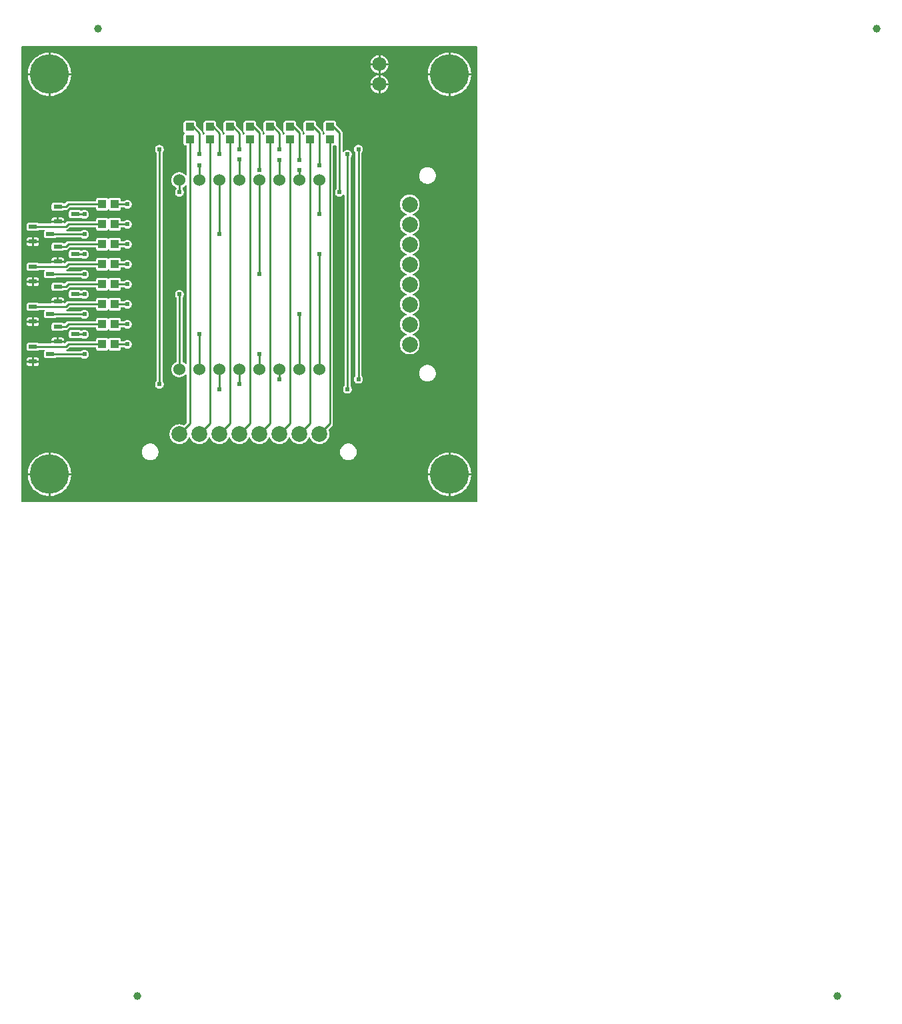
<source format=gtl>
G04 Layer: TopLayer*
G04 EasyEDA v6.5.22, 2022-11-24 17:16:00*
G04 6a124e1b7ee84966bd2cac91662d51f7,5a6b42c53f6a479593ecc07194224c93,10*
G04 Gerber Generator version 0.2*
G04 Scale: 100 percent, Rotated: No, Reflected: No *
G04 Dimensions in millimeters *
G04 leading zeros omitted , absolute positions ,4 integer and 5 decimal *
%FSLAX45Y45*%
%MOMM*%

%AMMACRO1*21,1,$1,$2,0,0,$3*%
%ADD10C,0.2540*%
%ADD11MACRO1,0.532X1.0375X-90.0000*%
%ADD12R,1.1000X1.0000*%
%ADD13R,1.0000X1.1000*%
%ADD14C,1.0000*%
%ADD15C,5.0000*%
%ADD16C,2.0000*%
%ADD17C,1.5240*%
%ADD18C,1.8000*%
%ADD19C,0.6096*%
%ADD20C,0.0114*%

%LPD*%
G36*
X5805932Y25908D02*
G01*
X36068Y26416D01*
X32156Y27178D01*
X28905Y29362D01*
X26670Y32664D01*
X25908Y36576D01*
X25908Y5805932D01*
X26670Y5809843D01*
X28905Y5813094D01*
X32156Y5815330D01*
X36068Y5816092D01*
X5805932Y5816092D01*
X5809843Y5815330D01*
X5813094Y5813094D01*
X5815330Y5809843D01*
X5816092Y5805932D01*
X5816092Y36068D01*
X5815330Y32207D01*
X5813094Y28905D01*
X5809843Y26670D01*
G37*

%LPC*%
G36*
X4584700Y5600700D02*
G01*
X4687112Y5600700D01*
X4686960Y5602528D01*
X4684268Y5616803D01*
X4679746Y5630672D01*
X4673549Y5643829D01*
X4665776Y5656122D01*
X4656480Y5667349D01*
X4645863Y5677306D01*
X4634077Y5685840D01*
X4621326Y5692851D01*
X4607814Y5698236D01*
X4593691Y5701842D01*
X4584700Y5702960D01*
G37*
G36*
X393700Y105562D02*
G01*
X398322Y105664D01*
X421284Y108051D01*
X443992Y112369D01*
X466242Y118618D01*
X487934Y126644D01*
X508812Y136499D01*
X528828Y148031D01*
X547827Y161239D01*
X565607Y175971D01*
X582117Y192125D01*
X597204Y209600D01*
X610819Y228295D01*
X622757Y248107D01*
X633018Y268782D01*
X641553Y290271D01*
X648208Y312369D01*
X653034Y334975D01*
X655929Y357936D01*
X656336Y368300D01*
X393700Y368300D01*
G37*
G36*
X5448300Y105613D02*
G01*
X5448300Y368300D01*
X5185410Y368300D01*
X5187289Y346405D01*
X5191150Y323646D01*
X5196890Y301244D01*
X5204460Y279450D01*
X5213858Y258317D01*
X5224983Y238099D01*
X5237784Y218846D01*
X5252161Y200710D01*
X5267960Y183896D01*
X5285130Y168402D01*
X5303520Y154432D01*
X5323027Y142087D01*
X5343499Y131368D01*
X5364835Y122428D01*
X5386781Y115265D01*
X5409285Y109982D01*
X5432145Y106629D01*
G37*
G36*
X368300Y105613D02*
G01*
X368300Y368300D01*
X105410Y368300D01*
X107289Y346405D01*
X111150Y323646D01*
X116890Y301244D01*
X124460Y279450D01*
X133858Y258317D01*
X144983Y238099D01*
X157784Y218846D01*
X172161Y200710D01*
X187960Y183896D01*
X205130Y168402D01*
X223520Y154432D01*
X243027Y142087D01*
X263499Y131368D01*
X284835Y122428D01*
X306781Y115265D01*
X329285Y109982D01*
X352145Y106629D01*
G37*
G36*
X393700Y393700D02*
G01*
X656336Y393700D01*
X655929Y404063D01*
X653034Y427024D01*
X648208Y449630D01*
X641553Y471728D01*
X633018Y493217D01*
X622757Y513892D01*
X610819Y533704D01*
X597204Y552348D01*
X582117Y569874D01*
X565607Y586028D01*
X547827Y600760D01*
X528828Y613968D01*
X508812Y625500D01*
X487934Y635355D01*
X466242Y643382D01*
X443992Y649630D01*
X421284Y653948D01*
X398322Y656336D01*
X393700Y656437D01*
G37*
G36*
X5473700Y393700D02*
G01*
X5736336Y393700D01*
X5735929Y404063D01*
X5733034Y427024D01*
X5728208Y449630D01*
X5721553Y471728D01*
X5713018Y493217D01*
X5702757Y513892D01*
X5690819Y533704D01*
X5677204Y552348D01*
X5662117Y569874D01*
X5645607Y586028D01*
X5627827Y600760D01*
X5608828Y613968D01*
X5588812Y625500D01*
X5567934Y635355D01*
X5546242Y643382D01*
X5523992Y649630D01*
X5501284Y653948D01*
X5478322Y656336D01*
X5473700Y656437D01*
G37*
G36*
X5185410Y393700D02*
G01*
X5448300Y393700D01*
X5448300Y656386D01*
X5432145Y655370D01*
X5409285Y652018D01*
X5386781Y646734D01*
X5364835Y639572D01*
X5343499Y630631D01*
X5323027Y619912D01*
X5303520Y607568D01*
X5285130Y593598D01*
X5267960Y578104D01*
X5252161Y561289D01*
X5237784Y543153D01*
X5224983Y523900D01*
X5213858Y503682D01*
X5204460Y482549D01*
X5196890Y460756D01*
X5191150Y438353D01*
X5187289Y415594D01*
G37*
G36*
X105410Y393700D02*
G01*
X368300Y393700D01*
X368300Y656386D01*
X352145Y655370D01*
X329285Y652018D01*
X306781Y646734D01*
X284835Y639572D01*
X263499Y630631D01*
X243027Y619912D01*
X223520Y607568D01*
X205130Y593598D01*
X187960Y578104D01*
X172161Y561289D01*
X157784Y543153D01*
X144983Y523900D01*
X133858Y503682D01*
X124460Y482549D01*
X116890Y460756D01*
X111150Y438353D01*
X107289Y415594D01*
G37*
G36*
X1660398Y558139D02*
G01*
X1674215Y559003D01*
X1687779Y561746D01*
X1700936Y566166D01*
X1713331Y572312D01*
X1724863Y579983D01*
X1735277Y589127D01*
X1744421Y599541D01*
X1752092Y611073D01*
X1758238Y623468D01*
X1762658Y636625D01*
X1765401Y650189D01*
X1766265Y664006D01*
X1765401Y677824D01*
X1762658Y691388D01*
X1758238Y704545D01*
X1752092Y716940D01*
X1744421Y728472D01*
X1735277Y738886D01*
X1724863Y748030D01*
X1713331Y755700D01*
X1700936Y761847D01*
X1687779Y766267D01*
X1674215Y769010D01*
X1660398Y769874D01*
X1646580Y769010D01*
X1633016Y766267D01*
X1619859Y761847D01*
X1607464Y755700D01*
X1595932Y748030D01*
X1585518Y738886D01*
X1576374Y728472D01*
X1568704Y716940D01*
X1562557Y704545D01*
X1558137Y691388D01*
X1555394Y677824D01*
X1554530Y664006D01*
X1555394Y650189D01*
X1558137Y636625D01*
X1562557Y623468D01*
X1568704Y611073D01*
X1576374Y599541D01*
X1585518Y589127D01*
X1595932Y579983D01*
X1607464Y572312D01*
X1619859Y566166D01*
X1633016Y561746D01*
X1646580Y559003D01*
G37*
G36*
X4176420Y558139D02*
G01*
X4190237Y559003D01*
X4203801Y561746D01*
X4216908Y566166D01*
X4229354Y572312D01*
X4240834Y579983D01*
X4251248Y589127D01*
X4260392Y599541D01*
X4268114Y611073D01*
X4274210Y623468D01*
X4278680Y636625D01*
X4281373Y650189D01*
X4282287Y664006D01*
X4281373Y677824D01*
X4278680Y691388D01*
X4274210Y704545D01*
X4268114Y716940D01*
X4260392Y728472D01*
X4251248Y738886D01*
X4240834Y748030D01*
X4229354Y755700D01*
X4216908Y761847D01*
X4203801Y766267D01*
X4190237Y769010D01*
X4176420Y769874D01*
X4162551Y769010D01*
X4148988Y766267D01*
X4135882Y761847D01*
X4123436Y755700D01*
X4111955Y748030D01*
X4101541Y738886D01*
X4092397Y728472D01*
X4084675Y716940D01*
X4078579Y704545D01*
X4074109Y691388D01*
X4071416Y677824D01*
X4070502Y664006D01*
X4071416Y650189D01*
X4074109Y636625D01*
X4078579Y623468D01*
X4084675Y611073D01*
X4092397Y599541D01*
X4101541Y589127D01*
X4111955Y579983D01*
X4123436Y572312D01*
X4135882Y566166D01*
X4148988Y561746D01*
X4162551Y559003D01*
G37*
G36*
X2032000Y763117D02*
G01*
X2047189Y764032D01*
X2062124Y766775D01*
X2076653Y771296D01*
X2090521Y777544D01*
X2103526Y785418D01*
X2115464Y794766D01*
X2126234Y805535D01*
X2135581Y817473D01*
X2143455Y830478D01*
X2149754Y844397D01*
X2151938Y847598D01*
X2155190Y849680D01*
X2159000Y850392D01*
X2162810Y849680D01*
X2166061Y847598D01*
X2168245Y844397D01*
X2174544Y830478D01*
X2182418Y817473D01*
X2191766Y805535D01*
X2202535Y794766D01*
X2214473Y785418D01*
X2227478Y777544D01*
X2241346Y771296D01*
X2255875Y766775D01*
X2270810Y764032D01*
X2286000Y763117D01*
X2301189Y764032D01*
X2316124Y766775D01*
X2330653Y771296D01*
X2344521Y777544D01*
X2357526Y785418D01*
X2369464Y794766D01*
X2380234Y805535D01*
X2389581Y817473D01*
X2397455Y830478D01*
X2403754Y844397D01*
X2405938Y847598D01*
X2409190Y849680D01*
X2413000Y850392D01*
X2416810Y849680D01*
X2420061Y847598D01*
X2422245Y844397D01*
X2428544Y830478D01*
X2436418Y817473D01*
X2445766Y805535D01*
X2456535Y794766D01*
X2468473Y785418D01*
X2481478Y777544D01*
X2495346Y771296D01*
X2509875Y766775D01*
X2524810Y764032D01*
X2540000Y763117D01*
X2555189Y764032D01*
X2570124Y766775D01*
X2584653Y771296D01*
X2598521Y777544D01*
X2611526Y785418D01*
X2623464Y794766D01*
X2634234Y805535D01*
X2643581Y817473D01*
X2651455Y830478D01*
X2657754Y844397D01*
X2659938Y847598D01*
X2663190Y849680D01*
X2667000Y850392D01*
X2670810Y849680D01*
X2674061Y847598D01*
X2676245Y844397D01*
X2682544Y830478D01*
X2690418Y817473D01*
X2699766Y805535D01*
X2710535Y794766D01*
X2722473Y785418D01*
X2735478Y777544D01*
X2749346Y771296D01*
X2763875Y766775D01*
X2778810Y764032D01*
X2794000Y763117D01*
X2809189Y764032D01*
X2824124Y766775D01*
X2838653Y771296D01*
X2852521Y777544D01*
X2865526Y785418D01*
X2877464Y794766D01*
X2888234Y805535D01*
X2897581Y817473D01*
X2905455Y830478D01*
X2911754Y844397D01*
X2913938Y847598D01*
X2917190Y849680D01*
X2921000Y850392D01*
X2924810Y849680D01*
X2928061Y847598D01*
X2930245Y844397D01*
X2936544Y830478D01*
X2944418Y817473D01*
X2953766Y805535D01*
X2964535Y794766D01*
X2976473Y785418D01*
X2989478Y777544D01*
X3003346Y771296D01*
X3017875Y766775D01*
X3032810Y764032D01*
X3048000Y763117D01*
X3063189Y764032D01*
X3078124Y766775D01*
X3092653Y771296D01*
X3106521Y777544D01*
X3119526Y785418D01*
X3131464Y794766D01*
X3142234Y805535D01*
X3151581Y817473D01*
X3159455Y830478D01*
X3165754Y844397D01*
X3167938Y847598D01*
X3171190Y849680D01*
X3175000Y850392D01*
X3178810Y849680D01*
X3182061Y847598D01*
X3184245Y844397D01*
X3190544Y830478D01*
X3198418Y817473D01*
X3207766Y805535D01*
X3218535Y794766D01*
X3230473Y785418D01*
X3243478Y777544D01*
X3257346Y771296D01*
X3271875Y766775D01*
X3286810Y764032D01*
X3302000Y763117D01*
X3317189Y764032D01*
X3332124Y766775D01*
X3346653Y771296D01*
X3360521Y777544D01*
X3373526Y785418D01*
X3385464Y794766D01*
X3396234Y805535D01*
X3405581Y817473D01*
X3413455Y830478D01*
X3419754Y844397D01*
X3421938Y847598D01*
X3425190Y849680D01*
X3429000Y850392D01*
X3432810Y849680D01*
X3436061Y847598D01*
X3438245Y844397D01*
X3444544Y830478D01*
X3452418Y817473D01*
X3461765Y805535D01*
X3472535Y794766D01*
X3484473Y785418D01*
X3497478Y777544D01*
X3511346Y771296D01*
X3525875Y766775D01*
X3540810Y764032D01*
X3556000Y763117D01*
X3571189Y764032D01*
X3586124Y766775D01*
X3600653Y771296D01*
X3614521Y777544D01*
X3627526Y785418D01*
X3639464Y794766D01*
X3650234Y805535D01*
X3659581Y817473D01*
X3667455Y830478D01*
X3673754Y844397D01*
X3675938Y847598D01*
X3679190Y849680D01*
X3683000Y850392D01*
X3686810Y849680D01*
X3690061Y847598D01*
X3692245Y844397D01*
X3698544Y830478D01*
X3706418Y817473D01*
X3715765Y805535D01*
X3726535Y794766D01*
X3738473Y785418D01*
X3751478Y777544D01*
X3765346Y771296D01*
X3779875Y766775D01*
X3794810Y764032D01*
X3810000Y763117D01*
X3825189Y764032D01*
X3840124Y766775D01*
X3854653Y771296D01*
X3868521Y777544D01*
X3881526Y785418D01*
X3893464Y794766D01*
X3904234Y805535D01*
X3913581Y817473D01*
X3921455Y830478D01*
X3927703Y844346D01*
X3932224Y858875D01*
X3934968Y873810D01*
X3935882Y889000D01*
X3934968Y904189D01*
X3932224Y919124D01*
X3927703Y933653D01*
X3924858Y940003D01*
X3923944Y943965D01*
X3924706Y947928D01*
X3926941Y951331D01*
X3970528Y994968D01*
X3975658Y1001166D01*
X3979214Y1007871D01*
X3981399Y1015085D01*
X3982212Y1023112D01*
X3982212Y4545634D01*
X3982974Y4549546D01*
X3985209Y4552848D01*
X3988460Y4555032D01*
X3992372Y4555794D01*
X3998010Y4555794D01*
X4004360Y4556506D01*
X4013860Y4559909D01*
X4018178Y4559554D01*
X4021937Y4557471D01*
X4024477Y4554016D01*
X4025392Y4549851D01*
X4025392Y4007408D01*
X4024629Y4003497D01*
X4022394Y4000195D01*
X4020820Y3998620D01*
X4015181Y3990594D01*
X4011066Y3981653D01*
X4008526Y3972204D01*
X4007662Y3962400D01*
X4008526Y3952595D01*
X4011066Y3943146D01*
X4015181Y3934206D01*
X4020820Y3926179D01*
X4027779Y3919220D01*
X4035806Y3913581D01*
X4044746Y3909466D01*
X4054195Y3906926D01*
X4064000Y3906062D01*
X4073804Y3906926D01*
X4083253Y3909466D01*
X4092194Y3913581D01*
X4100220Y3919220D01*
X4107179Y3926179D01*
X4108500Y3928110D01*
X4111599Y3931005D01*
X4115663Y3932377D01*
X4119879Y3931970D01*
X4123588Y3929837D01*
X4126077Y3926433D01*
X4126992Y3922268D01*
X4126992Y1505508D01*
X4126229Y1501597D01*
X4123994Y1498295D01*
X4122420Y1496720D01*
X4116781Y1488694D01*
X4112666Y1479753D01*
X4110126Y1470304D01*
X4109262Y1460500D01*
X4110126Y1450695D01*
X4112666Y1441246D01*
X4116781Y1432306D01*
X4122420Y1424279D01*
X4129379Y1417320D01*
X4137406Y1411681D01*
X4146346Y1407566D01*
X4155795Y1405026D01*
X4165600Y1404162D01*
X4175404Y1405026D01*
X4184853Y1407566D01*
X4193794Y1411681D01*
X4201820Y1417320D01*
X4208780Y1424279D01*
X4214418Y1432306D01*
X4218533Y1441246D01*
X4221073Y1450695D01*
X4221937Y1460500D01*
X4221073Y1470304D01*
X4218533Y1479753D01*
X4214418Y1488694D01*
X4208780Y1496720D01*
X4207205Y1498295D01*
X4204970Y1501597D01*
X4204208Y1505508D01*
X4204208Y4399991D01*
X4204970Y4403902D01*
X4207205Y4407204D01*
X4208780Y4408779D01*
X4214418Y4416806D01*
X4218533Y4425746D01*
X4221073Y4435195D01*
X4221937Y4445000D01*
X4221073Y4454804D01*
X4218533Y4464253D01*
X4214418Y4473194D01*
X4208780Y4481220D01*
X4201820Y4488180D01*
X4193794Y4493818D01*
X4184853Y4497933D01*
X4175404Y4500473D01*
X4165600Y4501337D01*
X4155795Y4500473D01*
X4146346Y4497933D01*
X4137406Y4493818D01*
X4129379Y4488180D01*
X4122420Y4481220D01*
X4121099Y4479290D01*
X4118000Y4476394D01*
X4113936Y4475022D01*
X4109720Y4475429D01*
X4106011Y4477562D01*
X4103522Y4480966D01*
X4102608Y4485132D01*
X4102608Y4717288D01*
X4101795Y4725314D01*
X4099610Y4732528D01*
X4096054Y4739233D01*
X4090924Y4745431D01*
X4027474Y4808880D01*
X4025290Y4812182D01*
X4024528Y4816094D01*
X4024528Y4841138D01*
X4023817Y4847437D01*
X4021886Y4852924D01*
X4018787Y4857800D01*
X4014724Y4861915D01*
X4009796Y4864963D01*
X4004360Y4866894D01*
X3998010Y4867605D01*
X3889197Y4867605D01*
X3882847Y4866894D01*
X3877411Y4864963D01*
X3872484Y4861915D01*
X3868420Y4857800D01*
X3865321Y4852924D01*
X3863390Y4847437D01*
X3862679Y4841138D01*
X3862679Y4741672D01*
X3861765Y4737455D01*
X3859174Y4734001D01*
X3855974Y4732274D01*
X3859479Y4732629D01*
X3863746Y4731156D01*
X3866896Y4727956D01*
X3868420Y4725568D01*
X3872484Y4721504D01*
X3874363Y4720285D01*
X3877310Y4717491D01*
X3878935Y4713732D01*
X3878935Y4709668D01*
X3877310Y4705908D01*
X3874363Y4703114D01*
X3872484Y4701895D01*
X3868420Y4697831D01*
X3867353Y4696206D01*
X3864356Y4693107D01*
X3860292Y4691532D01*
X3855974Y4691837D01*
X3852164Y4693869D01*
X3849522Y4697374D01*
X3848608Y4701590D01*
X3848608Y4717288D01*
X3848201Y4721555D01*
X3848760Y4726025D01*
X3851198Y4729835D01*
X3854551Y4731867D01*
X3850995Y4731664D01*
X3846931Y4733188D01*
X3843934Y4736338D01*
X3842258Y4738928D01*
X3836924Y4745431D01*
X3773474Y4808880D01*
X3771290Y4812182D01*
X3770528Y4816094D01*
X3770528Y4841138D01*
X3769817Y4847437D01*
X3767886Y4852924D01*
X3764787Y4857800D01*
X3760724Y4861915D01*
X3755796Y4864963D01*
X3750360Y4866894D01*
X3744010Y4867605D01*
X3635197Y4867605D01*
X3628847Y4866894D01*
X3623411Y4864963D01*
X3618484Y4861915D01*
X3614420Y4857800D01*
X3611321Y4852924D01*
X3609390Y4847437D01*
X3608679Y4841138D01*
X3608679Y4741672D01*
X3607765Y4737455D01*
X3605174Y4734001D01*
X3601974Y4732274D01*
X3605479Y4732629D01*
X3609746Y4731156D01*
X3612896Y4727956D01*
X3614420Y4725568D01*
X3618484Y4721504D01*
X3620363Y4720285D01*
X3623310Y4717491D01*
X3624935Y4713732D01*
X3624935Y4709668D01*
X3623310Y4705908D01*
X3620363Y4703114D01*
X3618484Y4701895D01*
X3614420Y4697831D01*
X3613353Y4696206D01*
X3610356Y4693107D01*
X3606292Y4691532D01*
X3601974Y4691837D01*
X3598164Y4693869D01*
X3595522Y4697374D01*
X3594608Y4701590D01*
X3594608Y4717288D01*
X3594201Y4721555D01*
X3594760Y4726025D01*
X3597198Y4729835D01*
X3600551Y4731867D01*
X3596995Y4731664D01*
X3592931Y4733188D01*
X3589934Y4736338D01*
X3588258Y4738928D01*
X3582924Y4745431D01*
X3519474Y4808880D01*
X3517290Y4812182D01*
X3516528Y4816094D01*
X3516528Y4841138D01*
X3515817Y4847437D01*
X3513886Y4852924D01*
X3510787Y4857800D01*
X3506724Y4861915D01*
X3501796Y4864963D01*
X3496360Y4866894D01*
X3490010Y4867605D01*
X3381197Y4867605D01*
X3374847Y4866894D01*
X3369411Y4864963D01*
X3364484Y4861915D01*
X3360420Y4857800D01*
X3357321Y4852924D01*
X3355390Y4847437D01*
X3354679Y4841138D01*
X3354679Y4742281D01*
X3355543Y4734814D01*
X3355340Y4732578D01*
X3357219Y4730648D01*
X3360420Y4725568D01*
X3364484Y4721504D01*
X3366363Y4720285D01*
X3369310Y4717491D01*
X3370935Y4713732D01*
X3370935Y4709668D01*
X3369310Y4705908D01*
X3366363Y4703114D01*
X3364484Y4701895D01*
X3360420Y4697831D01*
X3359353Y4696206D01*
X3356356Y4693107D01*
X3352292Y4691532D01*
X3347974Y4691837D01*
X3344164Y4693869D01*
X3341522Y4697374D01*
X3340608Y4701590D01*
X3340608Y4711192D01*
X3339795Y4719218D01*
X3338880Y4722317D01*
X3338525Y4726432D01*
X3336594Y4728667D01*
X3334156Y4733036D01*
X3328924Y4739335D01*
X3265474Y4802835D01*
X3263290Y4806086D01*
X3262528Y4809998D01*
X3262528Y4841138D01*
X3261817Y4847437D01*
X3259886Y4852924D01*
X3256788Y4857800D01*
X3252724Y4861915D01*
X3247796Y4864963D01*
X3242360Y4866894D01*
X3236010Y4867605D01*
X3127197Y4867605D01*
X3120847Y4866894D01*
X3115411Y4864963D01*
X3110484Y4861915D01*
X3106420Y4857800D01*
X3103321Y4852924D01*
X3101390Y4847437D01*
X3100679Y4841138D01*
X3100679Y4741672D01*
X3099765Y4737455D01*
X3097174Y4734001D01*
X3093974Y4732274D01*
X3097479Y4732629D01*
X3101746Y4731156D01*
X3104896Y4727956D01*
X3106420Y4725568D01*
X3110484Y4721504D01*
X3112363Y4720285D01*
X3115310Y4717491D01*
X3116935Y4713732D01*
X3116935Y4709668D01*
X3115310Y4705908D01*
X3112363Y4703114D01*
X3110484Y4701895D01*
X3106420Y4697831D01*
X3105353Y4696206D01*
X3102356Y4693107D01*
X3098292Y4691532D01*
X3093974Y4691837D01*
X3090164Y4693869D01*
X3087522Y4697374D01*
X3086608Y4701590D01*
X3086608Y4717288D01*
X3086201Y4721555D01*
X3086760Y4726025D01*
X3089198Y4729835D01*
X3092551Y4731867D01*
X3088995Y4731664D01*
X3084931Y4733188D01*
X3081934Y4736338D01*
X3080258Y4738928D01*
X3074924Y4745431D01*
X3011474Y4808880D01*
X3009290Y4812182D01*
X3008528Y4816094D01*
X3008528Y4841138D01*
X3007817Y4847437D01*
X3005886Y4852924D01*
X3002788Y4857800D01*
X2998724Y4861915D01*
X2993796Y4864963D01*
X2988360Y4866894D01*
X2982010Y4867605D01*
X2873197Y4867605D01*
X2866847Y4866894D01*
X2861411Y4864963D01*
X2856484Y4861915D01*
X2852420Y4857800D01*
X2849321Y4852924D01*
X2847390Y4847437D01*
X2846679Y4841138D01*
X2846679Y4742281D01*
X2847543Y4734814D01*
X2847340Y4732578D01*
X2849219Y4730648D01*
X2852420Y4725568D01*
X2856484Y4721504D01*
X2858363Y4720285D01*
X2861310Y4717491D01*
X2862935Y4713732D01*
X2862935Y4709668D01*
X2861310Y4705908D01*
X2858363Y4703114D01*
X2856484Y4701895D01*
X2852420Y4697831D01*
X2851353Y4696206D01*
X2848356Y4693107D01*
X2844292Y4691532D01*
X2839974Y4691837D01*
X2836164Y4693869D01*
X2833522Y4697374D01*
X2832608Y4701590D01*
X2832608Y4711192D01*
X2831795Y4719218D01*
X2830880Y4722317D01*
X2830525Y4726432D01*
X2828594Y4728667D01*
X2826156Y4733036D01*
X2820924Y4739335D01*
X2757474Y4802835D01*
X2755290Y4806086D01*
X2754528Y4809998D01*
X2754528Y4841138D01*
X2753817Y4847437D01*
X2751886Y4852924D01*
X2748788Y4857800D01*
X2744724Y4861915D01*
X2739796Y4864963D01*
X2734360Y4866894D01*
X2728010Y4867605D01*
X2619197Y4867605D01*
X2612847Y4866894D01*
X2607411Y4864963D01*
X2602484Y4861915D01*
X2598420Y4857800D01*
X2595321Y4852924D01*
X2593390Y4847437D01*
X2592679Y4841138D01*
X2592679Y4742281D01*
X2593543Y4734814D01*
X2593340Y4732578D01*
X2595219Y4730648D01*
X2598420Y4725568D01*
X2602484Y4721504D01*
X2604363Y4720285D01*
X2607310Y4717491D01*
X2608935Y4713732D01*
X2608935Y4709668D01*
X2607310Y4705908D01*
X2604363Y4703114D01*
X2602484Y4701895D01*
X2598420Y4697831D01*
X2597353Y4696206D01*
X2594356Y4693107D01*
X2590292Y4691532D01*
X2585974Y4691837D01*
X2582164Y4693869D01*
X2579522Y4697374D01*
X2578608Y4701590D01*
X2578608Y4711192D01*
X2577795Y4719218D01*
X2576880Y4722317D01*
X2576525Y4726432D01*
X2574594Y4728667D01*
X2572156Y4733036D01*
X2566924Y4739335D01*
X2503474Y4802835D01*
X2501290Y4806086D01*
X2500528Y4809998D01*
X2500528Y4841138D01*
X2499817Y4847437D01*
X2497886Y4852924D01*
X2494788Y4857800D01*
X2490724Y4861915D01*
X2485796Y4864963D01*
X2480360Y4866894D01*
X2474010Y4867605D01*
X2365197Y4867605D01*
X2358847Y4866894D01*
X2353411Y4864963D01*
X2348484Y4861915D01*
X2344420Y4857800D01*
X2341321Y4852924D01*
X2339390Y4847437D01*
X2338679Y4841138D01*
X2338679Y4742281D01*
X2339543Y4734814D01*
X2339340Y4732578D01*
X2341219Y4730648D01*
X2344420Y4725568D01*
X2348484Y4721504D01*
X2350363Y4720285D01*
X2353310Y4717491D01*
X2354935Y4713732D01*
X2354935Y4709668D01*
X2353310Y4705908D01*
X2350363Y4703114D01*
X2348484Y4701895D01*
X2344420Y4697831D01*
X2343353Y4696206D01*
X2340356Y4693107D01*
X2336292Y4691532D01*
X2331974Y4691837D01*
X2328164Y4693869D01*
X2325522Y4697374D01*
X2324608Y4701590D01*
X2324608Y4711192D01*
X2323795Y4719218D01*
X2322880Y4722317D01*
X2322525Y4726432D01*
X2320594Y4728667D01*
X2318156Y4733036D01*
X2312924Y4739335D01*
X2249474Y4802835D01*
X2247290Y4806086D01*
X2246528Y4809998D01*
X2246528Y4841138D01*
X2245817Y4847437D01*
X2243886Y4852924D01*
X2240788Y4857800D01*
X2236724Y4861915D01*
X2231796Y4864963D01*
X2226360Y4866894D01*
X2220010Y4867605D01*
X2111197Y4867605D01*
X2104847Y4866894D01*
X2099411Y4864963D01*
X2094484Y4861915D01*
X2090420Y4857800D01*
X2087321Y4852924D01*
X2085390Y4847437D01*
X2084679Y4841138D01*
X2084679Y4742281D01*
X2085390Y4735931D01*
X2087321Y4730496D01*
X2090420Y4725568D01*
X2094484Y4721504D01*
X2096363Y4720285D01*
X2099310Y4717491D01*
X2100935Y4713732D01*
X2100935Y4709668D01*
X2099310Y4705908D01*
X2096363Y4703114D01*
X2094484Y4701895D01*
X2090420Y4697831D01*
X2087321Y4692904D01*
X2085390Y4687468D01*
X2084679Y4681118D01*
X2084679Y4582261D01*
X2085390Y4575962D01*
X2087321Y4570476D01*
X2090420Y4565599D01*
X2094484Y4561484D01*
X2099411Y4558436D01*
X2104847Y4556506D01*
X2111197Y4555794D01*
X2116836Y4555794D01*
X2120747Y4555032D01*
X2123998Y4552848D01*
X2126234Y4549546D01*
X2126996Y4545634D01*
X2126996Y4188002D01*
X2126183Y4184040D01*
X2123897Y4180687D01*
X2120493Y4178503D01*
X2116480Y4177842D01*
X2112568Y4178757D01*
X2109317Y4181195D01*
X2102967Y4188206D01*
X2092553Y4196994D01*
X2081072Y4204309D01*
X2068677Y4210050D01*
X2055672Y4214114D01*
X2042210Y4216349D01*
X2028596Y4216806D01*
X2015032Y4215485D01*
X2001774Y4212285D01*
X1989023Y4207408D01*
X1977085Y4200855D01*
X1966112Y4192778D01*
X1956307Y4183278D01*
X1947824Y4172559D01*
X1940864Y4160824D01*
X1935581Y4148277D01*
X1931974Y4135120D01*
X1930146Y4121607D01*
X1930146Y4107992D01*
X1931974Y4094479D01*
X1935581Y4081322D01*
X1940864Y4068775D01*
X1947824Y4057040D01*
X1956307Y4046321D01*
X1966112Y4036822D01*
X1977085Y4028744D01*
X1988108Y4022699D01*
X1990902Y4020413D01*
X1992731Y4017314D01*
X1993392Y4013809D01*
X1993392Y4007408D01*
X1992630Y4003497D01*
X1990394Y4000195D01*
X1988820Y3998620D01*
X1983181Y3990594D01*
X1979066Y3981653D01*
X1976526Y3972204D01*
X1975662Y3962400D01*
X1976526Y3952595D01*
X1979066Y3943146D01*
X1983181Y3934206D01*
X1988820Y3926179D01*
X1995779Y3919220D01*
X2003806Y3913581D01*
X2012746Y3909466D01*
X2022195Y3906926D01*
X2032000Y3906062D01*
X2041804Y3906926D01*
X2051253Y3909466D01*
X2060193Y3913581D01*
X2068220Y3919220D01*
X2075180Y3926179D01*
X2080818Y3934206D01*
X2084933Y3943146D01*
X2087473Y3952595D01*
X2088337Y3962400D01*
X2087473Y3972204D01*
X2084933Y3981653D01*
X2080818Y3990594D01*
X2075180Y3998620D01*
X2073605Y4000195D01*
X2071370Y4003497D01*
X2070607Y4007408D01*
X2070607Y4013962D01*
X2071319Y4017721D01*
X2073402Y4020921D01*
X2076500Y4023156D01*
X2081072Y4025290D01*
X2092553Y4032605D01*
X2102967Y4041394D01*
X2109317Y4048404D01*
X2112568Y4050842D01*
X2116480Y4051757D01*
X2120493Y4051096D01*
X2123897Y4048912D01*
X2126183Y4045559D01*
X2126996Y4041597D01*
X2126996Y1788007D01*
X2126183Y1784045D01*
X2123897Y1780692D01*
X2120493Y1778507D01*
X2116480Y1777847D01*
X2112568Y1778762D01*
X2109317Y1781200D01*
X2102967Y1788160D01*
X2092553Y1796999D01*
X2081072Y1804314D01*
X2076500Y1806448D01*
X2073402Y1808683D01*
X2071319Y1811883D01*
X2070607Y1815642D01*
X2070607Y2621991D01*
X2071370Y2625902D01*
X2073605Y2629204D01*
X2075180Y2630779D01*
X2080818Y2638806D01*
X2084933Y2647746D01*
X2087473Y2657195D01*
X2088337Y2667000D01*
X2087473Y2676804D01*
X2084933Y2686253D01*
X2080818Y2695194D01*
X2075180Y2703220D01*
X2068220Y2710180D01*
X2060193Y2715818D01*
X2051253Y2719933D01*
X2041804Y2722473D01*
X2032000Y2723337D01*
X2022195Y2722473D01*
X2012746Y2719933D01*
X2003806Y2715818D01*
X1995779Y2710180D01*
X1988820Y2703220D01*
X1983181Y2695194D01*
X1979066Y2686253D01*
X1976526Y2676804D01*
X1975662Y2667000D01*
X1976526Y2657195D01*
X1979066Y2647746D01*
X1983181Y2638806D01*
X1988820Y2630779D01*
X1990394Y2629204D01*
X1992630Y2625902D01*
X1993392Y2621991D01*
X1993392Y1815795D01*
X1992731Y1812239D01*
X1990902Y1809140D01*
X1988108Y1806905D01*
X1977085Y1800860D01*
X1966112Y1792732D01*
X1956307Y1783283D01*
X1947824Y1772564D01*
X1940864Y1760829D01*
X1935581Y1748282D01*
X1931974Y1735124D01*
X1930146Y1721612D01*
X1930146Y1707997D01*
X1931974Y1694484D01*
X1935581Y1681327D01*
X1940864Y1668780D01*
X1947824Y1657045D01*
X1956307Y1646326D01*
X1966112Y1636826D01*
X1977085Y1628749D01*
X1989023Y1622196D01*
X2001774Y1617319D01*
X2015032Y1614119D01*
X2028596Y1612747D01*
X2042210Y1613204D01*
X2055672Y1615490D01*
X2068677Y1619554D01*
X2081072Y1625295D01*
X2092553Y1632610D01*
X2102967Y1641398D01*
X2109317Y1648409D01*
X2112568Y1650796D01*
X2116480Y1651762D01*
X2120493Y1651101D01*
X2123897Y1648917D01*
X2126183Y1645564D01*
X2126996Y1641602D01*
X2126996Y1042822D01*
X2126234Y1038910D01*
X2123998Y1035608D01*
X2094331Y1005941D01*
X2090928Y1003706D01*
X2086965Y1002944D01*
X2083003Y1003858D01*
X2076653Y1006703D01*
X2062124Y1011224D01*
X2047189Y1013968D01*
X2032000Y1014882D01*
X2016810Y1013968D01*
X2001875Y1011224D01*
X1987346Y1006703D01*
X1973478Y1000455D01*
X1960473Y992581D01*
X1948535Y983234D01*
X1937766Y972464D01*
X1928418Y960526D01*
X1920544Y947521D01*
X1914296Y933653D01*
X1909775Y919124D01*
X1907032Y904189D01*
X1906117Y889000D01*
X1907032Y873810D01*
X1909775Y858875D01*
X1914296Y844346D01*
X1920544Y830478D01*
X1928418Y817473D01*
X1937766Y805535D01*
X1948535Y794766D01*
X1960473Y785418D01*
X1973478Y777544D01*
X1987346Y771296D01*
X2001875Y766775D01*
X2016810Y764032D01*
G37*
G36*
X4456887Y5600700D02*
G01*
X4559300Y5600700D01*
X4559300Y5702960D01*
X4550308Y5701842D01*
X4536186Y5698236D01*
X4522673Y5692851D01*
X4509922Y5685840D01*
X4498136Y5677306D01*
X4487519Y5667349D01*
X4478223Y5656122D01*
X4470450Y5643829D01*
X4464253Y5630672D01*
X4459732Y5616803D01*
X4457039Y5602528D01*
G37*
G36*
X105410Y5473700D02*
G01*
X368300Y5473700D01*
X368300Y5736386D01*
X352145Y5735370D01*
X329285Y5732018D01*
X306781Y5726734D01*
X284835Y5719572D01*
X263499Y5710631D01*
X243027Y5699912D01*
X223520Y5687568D01*
X205130Y5673598D01*
X187960Y5658104D01*
X172161Y5641289D01*
X157784Y5623153D01*
X144983Y5603900D01*
X133858Y5583682D01*
X124460Y5562549D01*
X116890Y5540756D01*
X111150Y5518353D01*
X107289Y5495594D01*
G37*
G36*
X5185410Y5473700D02*
G01*
X5448300Y5473700D01*
X5448300Y5736386D01*
X5432145Y5735370D01*
X5409285Y5732018D01*
X5386781Y5726734D01*
X5364835Y5719572D01*
X5343499Y5710631D01*
X5323027Y5699912D01*
X5303520Y5687568D01*
X5285130Y5673598D01*
X5267960Y5658104D01*
X5252161Y5641289D01*
X5237784Y5623153D01*
X5224983Y5603900D01*
X5213858Y5583682D01*
X5204460Y5562549D01*
X5196890Y5540756D01*
X5191150Y5518353D01*
X5187289Y5495594D01*
G37*
G36*
X5473700Y5473700D02*
G01*
X5736336Y5473700D01*
X5735929Y5484063D01*
X5733034Y5507024D01*
X5728208Y5529630D01*
X5721553Y5551728D01*
X5713018Y5573217D01*
X5702757Y5593892D01*
X5690819Y5613704D01*
X5677204Y5632348D01*
X5662117Y5649874D01*
X5645607Y5666028D01*
X5627827Y5680760D01*
X5608828Y5693968D01*
X5588812Y5705500D01*
X5567934Y5715355D01*
X5546242Y5723382D01*
X5523992Y5729630D01*
X5501284Y5733948D01*
X5478322Y5736336D01*
X5473700Y5736437D01*
G37*
G36*
X393700Y5473700D02*
G01*
X656336Y5473700D01*
X655929Y5484063D01*
X653034Y5507024D01*
X648208Y5529630D01*
X641553Y5551728D01*
X633018Y5573217D01*
X622757Y5593892D01*
X610819Y5613704D01*
X597204Y5632348D01*
X582117Y5649874D01*
X565607Y5666028D01*
X547827Y5680760D01*
X528828Y5693968D01*
X508812Y5705500D01*
X487934Y5715355D01*
X466242Y5723382D01*
X443992Y5729630D01*
X421284Y5733948D01*
X398322Y5736336D01*
X393700Y5736437D01*
G37*
G36*
X4584700Y5473039D02*
G01*
X4593691Y5474157D01*
X4607814Y5477764D01*
X4621326Y5483148D01*
X4634077Y5490159D01*
X4645863Y5498693D01*
X4656480Y5508650D01*
X4665776Y5519877D01*
X4673549Y5532170D01*
X4679746Y5545328D01*
X4684268Y5559196D01*
X4686960Y5573471D01*
X4687112Y5575300D01*
X4584700Y5575300D01*
G37*
G36*
X4559300Y5473039D02*
G01*
X4559300Y5575300D01*
X4456887Y5575300D01*
X4457039Y5573471D01*
X4459732Y5559196D01*
X4464253Y5545328D01*
X4470450Y5532170D01*
X4478223Y5519877D01*
X4487519Y5508650D01*
X4498136Y5498693D01*
X4509922Y5490159D01*
X4522673Y5483148D01*
X4536186Y5477764D01*
X4550308Y5474157D01*
G37*
G36*
X4456887Y5346700D02*
G01*
X4559300Y5346700D01*
X4559300Y5448960D01*
X4550308Y5447842D01*
X4536186Y5444236D01*
X4522673Y5438851D01*
X4509922Y5431840D01*
X4498136Y5423306D01*
X4487519Y5413349D01*
X4478223Y5402122D01*
X4470450Y5389829D01*
X4464253Y5376672D01*
X4459732Y5362803D01*
X4457039Y5348528D01*
G37*
G36*
X4584700Y5346700D02*
G01*
X4687112Y5346700D01*
X4686960Y5348528D01*
X4684268Y5362803D01*
X4679746Y5376672D01*
X4673549Y5389829D01*
X4665776Y5402122D01*
X4656480Y5413349D01*
X4645863Y5423306D01*
X4634077Y5431840D01*
X4621326Y5438851D01*
X4607814Y5444236D01*
X4593691Y5447842D01*
X4584700Y5448960D01*
G37*
G36*
X1778000Y1467662D02*
G01*
X1787804Y1468526D01*
X1797253Y1471066D01*
X1806193Y1475181D01*
X1814220Y1480820D01*
X1821180Y1487779D01*
X1826818Y1495806D01*
X1830933Y1504746D01*
X1833473Y1514195D01*
X1834337Y1524000D01*
X1833473Y1533804D01*
X1830933Y1543253D01*
X1826818Y1552194D01*
X1821180Y1560220D01*
X1819605Y1561795D01*
X1817370Y1565097D01*
X1816607Y1569008D01*
X1816607Y4463491D01*
X1817370Y4467402D01*
X1819605Y4470704D01*
X1821180Y4472279D01*
X1826818Y4480306D01*
X1830933Y4489246D01*
X1833473Y4498695D01*
X1834337Y4508500D01*
X1833473Y4518304D01*
X1830933Y4527753D01*
X1826818Y4536694D01*
X1821180Y4544720D01*
X1814220Y4551680D01*
X1806193Y4557318D01*
X1797253Y4561433D01*
X1787804Y4563973D01*
X1778000Y4564837D01*
X1768195Y4563973D01*
X1758746Y4561433D01*
X1749806Y4557318D01*
X1741779Y4551680D01*
X1734820Y4544720D01*
X1729181Y4536694D01*
X1725066Y4527753D01*
X1722526Y4518304D01*
X1721662Y4508500D01*
X1722526Y4498695D01*
X1725066Y4489246D01*
X1729181Y4480306D01*
X1734820Y4472279D01*
X1736394Y4470704D01*
X1738630Y4467402D01*
X1739392Y4463491D01*
X1739392Y1569008D01*
X1738630Y1565097D01*
X1736394Y1561795D01*
X1734820Y1560220D01*
X1729181Y1552194D01*
X1725066Y1543253D01*
X1722526Y1533804D01*
X1721662Y1524000D01*
X1722526Y1514195D01*
X1725066Y1504746D01*
X1729181Y1495806D01*
X1734820Y1487779D01*
X1741779Y1480820D01*
X1749806Y1475181D01*
X1758746Y1471066D01*
X1768195Y1468526D01*
G37*
G36*
X4305300Y1531162D02*
G01*
X4315104Y1532026D01*
X4324553Y1534566D01*
X4333494Y1538681D01*
X4341520Y1544320D01*
X4348480Y1551279D01*
X4354118Y1559306D01*
X4358233Y1568246D01*
X4360773Y1577695D01*
X4361637Y1587500D01*
X4360773Y1597304D01*
X4358233Y1606753D01*
X4354118Y1615694D01*
X4348480Y1623720D01*
X4346905Y1625295D01*
X4344670Y1628597D01*
X4343908Y1632508D01*
X4343908Y4463491D01*
X4344670Y4467402D01*
X4346905Y4470704D01*
X4348480Y4472279D01*
X4354118Y4480306D01*
X4358233Y4489246D01*
X4360773Y4498695D01*
X4361637Y4508500D01*
X4360773Y4518304D01*
X4358233Y4527753D01*
X4354118Y4536694D01*
X4348480Y4544720D01*
X4341520Y4551680D01*
X4333494Y4557318D01*
X4324553Y4561433D01*
X4315104Y4563973D01*
X4305300Y4564837D01*
X4295495Y4563973D01*
X4286046Y4561433D01*
X4277106Y4557318D01*
X4269079Y4551680D01*
X4262120Y4544720D01*
X4256481Y4536694D01*
X4252366Y4527753D01*
X4249826Y4518304D01*
X4248962Y4508500D01*
X4249826Y4498695D01*
X4252366Y4489246D01*
X4256481Y4480306D01*
X4262120Y4472279D01*
X4263694Y4470704D01*
X4265930Y4467402D01*
X4266692Y4463491D01*
X4266692Y1632508D01*
X4265930Y1628597D01*
X4263694Y1625295D01*
X4262120Y1623720D01*
X4256481Y1615694D01*
X4252366Y1606753D01*
X4249826Y1597304D01*
X4248962Y1587500D01*
X4249826Y1577695D01*
X4252366Y1568246D01*
X4256481Y1559306D01*
X4262120Y1551279D01*
X4269079Y1544320D01*
X4277106Y1538681D01*
X4286046Y1534566D01*
X4295495Y1532026D01*
G37*
G36*
X5181600Y1556918D02*
G01*
X5195417Y1557782D01*
X5208981Y1560525D01*
X5222138Y1564944D01*
X5234533Y1571091D01*
X5246065Y1578762D01*
X5256479Y1587906D01*
X5265623Y1598320D01*
X5273294Y1609852D01*
X5279440Y1622247D01*
X5283860Y1635404D01*
X5286603Y1648968D01*
X5287467Y1662785D01*
X5286603Y1676603D01*
X5283860Y1690166D01*
X5279440Y1703324D01*
X5273294Y1715719D01*
X5265623Y1727250D01*
X5256479Y1737664D01*
X5246065Y1746808D01*
X5234533Y1754479D01*
X5222138Y1760626D01*
X5208981Y1765046D01*
X5195417Y1767789D01*
X5181600Y1768652D01*
X5167782Y1767789D01*
X5154218Y1765046D01*
X5141061Y1760626D01*
X5128666Y1754479D01*
X5117134Y1746808D01*
X5106720Y1737664D01*
X5097576Y1727250D01*
X5089906Y1715719D01*
X5083759Y1703324D01*
X5079339Y1690166D01*
X5076596Y1676603D01*
X5075732Y1662785D01*
X5076596Y1648968D01*
X5079339Y1635404D01*
X5083759Y1622247D01*
X5089906Y1609852D01*
X5097576Y1598320D01*
X5106720Y1587906D01*
X5117134Y1578762D01*
X5128666Y1571091D01*
X5141061Y1564944D01*
X5154218Y1560525D01*
X5167782Y1557782D01*
G37*
G36*
X4584700Y5219039D02*
G01*
X4593691Y5220157D01*
X4607814Y5223764D01*
X4621326Y5229148D01*
X4634077Y5236159D01*
X4645863Y5244693D01*
X4656480Y5254650D01*
X4665776Y5265877D01*
X4673549Y5278170D01*
X4679746Y5291328D01*
X4684268Y5305196D01*
X4686960Y5319471D01*
X4687112Y5321300D01*
X4584700Y5321300D01*
G37*
G36*
X181965Y1757476D02*
G01*
X220573Y1757476D01*
X226923Y1758188D01*
X232359Y1760118D01*
X237286Y1763217D01*
X241350Y1767281D01*
X244449Y1772208D01*
X246329Y1777644D01*
X247040Y1783994D01*
X247040Y1797304D01*
X181965Y1797304D01*
G37*
G36*
X117957Y1757476D02*
G01*
X156565Y1757476D01*
X156565Y1797304D01*
X91490Y1797304D01*
X91490Y1783994D01*
X92202Y1777644D01*
X94132Y1772208D01*
X97180Y1767281D01*
X101295Y1763217D01*
X106172Y1760118D01*
X111658Y1758188D01*
G37*
G36*
X4559300Y5219039D02*
G01*
X4559300Y5321300D01*
X4456887Y5321300D01*
X4457039Y5319471D01*
X4459732Y5305196D01*
X4464253Y5291328D01*
X4470450Y5278170D01*
X4478223Y5265877D01*
X4487519Y5254650D01*
X4498136Y5244693D01*
X4509922Y5236159D01*
X4522673Y5229148D01*
X4536186Y5223764D01*
X4550308Y5220157D01*
G37*
G36*
X91490Y1822704D02*
G01*
X156565Y1822704D01*
X156565Y1862531D01*
X117957Y1862531D01*
X111658Y1861820D01*
X106172Y1859889D01*
X101295Y1856790D01*
X97180Y1852726D01*
X94132Y1847799D01*
X92202Y1842363D01*
X91490Y1836013D01*
G37*
G36*
X181965Y1822704D02*
G01*
X247040Y1822704D01*
X247040Y1836013D01*
X246329Y1842363D01*
X244449Y1847799D01*
X241350Y1852726D01*
X237286Y1856790D01*
X232359Y1859889D01*
X226923Y1861820D01*
X220573Y1862531D01*
X181965Y1862531D01*
G37*
G36*
X825500Y1848662D02*
G01*
X835304Y1849526D01*
X844753Y1852066D01*
X853694Y1856181D01*
X861720Y1861820D01*
X868680Y1868779D01*
X874318Y1876806D01*
X878433Y1885746D01*
X880973Y1895195D01*
X881837Y1905000D01*
X880973Y1914804D01*
X878433Y1924253D01*
X874318Y1933193D01*
X868680Y1941220D01*
X861720Y1948180D01*
X853694Y1953818D01*
X844753Y1957933D01*
X835304Y1960473D01*
X825500Y1961337D01*
X815695Y1960473D01*
X806246Y1957933D01*
X797306Y1953818D01*
X789279Y1948180D01*
X787704Y1946605D01*
X784402Y1944370D01*
X780491Y1943607D01*
X605078Y1943607D01*
X601065Y1944420D01*
X597712Y1946808D01*
X595528Y1950262D01*
X594969Y1954326D01*
X595985Y1958289D01*
X598525Y1961540D01*
X602132Y1963470D01*
X605028Y1964385D01*
X611733Y1967941D01*
X617931Y1973072D01*
X635304Y1990394D01*
X638606Y1992630D01*
X642518Y1993392D01*
X964234Y1993392D01*
X968146Y1992630D01*
X971397Y1990394D01*
X973632Y1987143D01*
X974394Y1983232D01*
X974394Y1977593D01*
X975106Y1971243D01*
X977036Y1965807D01*
X980084Y1960880D01*
X984199Y1956816D01*
X989076Y1953717D01*
X994562Y1951786D01*
X1000861Y1951075D01*
X1099718Y1951075D01*
X1106068Y1951786D01*
X1111504Y1953717D01*
X1116431Y1956816D01*
X1120495Y1960880D01*
X1121714Y1962759D01*
X1124508Y1965706D01*
X1128268Y1967331D01*
X1132332Y1967331D01*
X1136091Y1965706D01*
X1138885Y1962759D01*
X1140104Y1960880D01*
X1144168Y1956816D01*
X1149096Y1953717D01*
X1154531Y1951786D01*
X1160881Y1951075D01*
X1259738Y1951075D01*
X1266037Y1951786D01*
X1271524Y1953717D01*
X1276400Y1956816D01*
X1280515Y1960880D01*
X1283563Y1965807D01*
X1285494Y1971243D01*
X1286205Y1977593D01*
X1286205Y1983232D01*
X1286967Y1987143D01*
X1289151Y1990394D01*
X1292453Y1992630D01*
X1296365Y1993392D01*
X1326591Y1993392D01*
X1330502Y1992630D01*
X1333804Y1990394D01*
X1335379Y1988820D01*
X1343406Y1983181D01*
X1352346Y1979066D01*
X1361795Y1976526D01*
X1371600Y1975662D01*
X1381404Y1976526D01*
X1390853Y1979066D01*
X1399794Y1983181D01*
X1407820Y1988820D01*
X1414780Y1995779D01*
X1420418Y2003806D01*
X1424533Y2012746D01*
X1427073Y2022195D01*
X1427937Y2032000D01*
X1427073Y2041804D01*
X1424533Y2051253D01*
X1420418Y2060193D01*
X1414780Y2068220D01*
X1407820Y2075180D01*
X1399794Y2080818D01*
X1390853Y2084933D01*
X1381404Y2087473D01*
X1371600Y2088337D01*
X1361795Y2087473D01*
X1352346Y2084933D01*
X1343406Y2080818D01*
X1335379Y2075180D01*
X1333804Y2073605D01*
X1330502Y2071370D01*
X1326591Y2070607D01*
X1296365Y2070607D01*
X1292453Y2071370D01*
X1289151Y2073605D01*
X1286967Y2076856D01*
X1286205Y2080768D01*
X1286205Y2086406D01*
X1285494Y2092756D01*
X1283563Y2098192D01*
X1280515Y2103120D01*
X1276400Y2107184D01*
X1271524Y2110282D01*
X1266037Y2112213D01*
X1259738Y2112924D01*
X1160881Y2112924D01*
X1154531Y2112213D01*
X1149096Y2110282D01*
X1144168Y2107184D01*
X1140104Y2103120D01*
X1138885Y2101240D01*
X1136091Y2098294D01*
X1132332Y2096668D01*
X1128268Y2096668D01*
X1124508Y2098294D01*
X1121714Y2101240D01*
X1120495Y2103120D01*
X1116431Y2107184D01*
X1111504Y2110282D01*
X1106068Y2112213D01*
X1099718Y2112924D01*
X1000861Y2112924D01*
X994562Y2112213D01*
X989076Y2110282D01*
X984199Y2107184D01*
X980084Y2103120D01*
X977036Y2098192D01*
X975106Y2092756D01*
X974394Y2086406D01*
X974394Y2080768D01*
X973632Y2076856D01*
X971397Y2073605D01*
X968146Y2071370D01*
X964234Y2070607D01*
X622808Y2070607D01*
X614781Y2069795D01*
X607568Y2067610D01*
X600862Y2064054D01*
X594664Y2058924D01*
X581914Y2046224D01*
X578256Y2043887D01*
X573989Y2043277D01*
X569823Y2044496D01*
X566572Y2047341D01*
X564794Y2051304D01*
X499465Y2051304D01*
X499465Y2048764D01*
X498703Y2044852D01*
X496519Y2041601D01*
X493217Y2039366D01*
X489305Y2038604D01*
X484225Y2038604D01*
X480364Y2039366D01*
X477062Y2041601D01*
X474827Y2044852D01*
X474065Y2048764D01*
X474065Y2051304D01*
X408990Y2051304D01*
X408990Y2048764D01*
X408228Y2044852D01*
X405993Y2041601D01*
X402742Y2039366D01*
X398830Y2038604D01*
X249529Y2038604D01*
X245617Y2039416D01*
X242316Y2041652D01*
X237236Y2046833D01*
X232359Y2049881D01*
X226923Y2051812D01*
X220573Y2052523D01*
X117957Y2052523D01*
X111658Y2051812D01*
X106172Y2049881D01*
X101295Y2046782D01*
X97180Y2042718D01*
X94132Y2037791D01*
X92202Y2032355D01*
X91490Y2026005D01*
X91490Y1973986D01*
X92202Y1967636D01*
X94132Y1962200D01*
X97180Y1957273D01*
X101295Y1953209D01*
X106172Y1950110D01*
X111658Y1948180D01*
X117957Y1947468D01*
X220573Y1947468D01*
X226923Y1948180D01*
X232359Y1950110D01*
X237236Y1953158D01*
X242316Y1958339D01*
X245617Y1960575D01*
X249529Y1961388D01*
X307644Y1961388D01*
X311861Y1960473D01*
X315315Y1957933D01*
X317398Y1954174D01*
X317703Y1949856D01*
X316280Y1945843D01*
X314350Y1942795D01*
X312470Y1937359D01*
X311759Y1931009D01*
X311759Y1878990D01*
X312470Y1872640D01*
X314350Y1867204D01*
X317449Y1862277D01*
X321513Y1858213D01*
X326440Y1855114D01*
X331876Y1853184D01*
X338226Y1852472D01*
X440842Y1852472D01*
X447141Y1853184D01*
X452628Y1855114D01*
X457454Y1858162D01*
X462534Y1863343D01*
X465886Y1865579D01*
X469798Y1866392D01*
X780491Y1866392D01*
X784402Y1865630D01*
X787704Y1863394D01*
X789279Y1861820D01*
X797306Y1856181D01*
X806246Y1852066D01*
X815695Y1849526D01*
G37*
G36*
X368300Y5185613D02*
G01*
X368300Y5448300D01*
X105410Y5448300D01*
X107289Y5426405D01*
X111150Y5403646D01*
X116890Y5381244D01*
X124460Y5359450D01*
X133858Y5338318D01*
X144983Y5318099D01*
X157784Y5298846D01*
X172161Y5280710D01*
X187960Y5263896D01*
X205130Y5248402D01*
X223520Y5234432D01*
X243027Y5222087D01*
X263499Y5211368D01*
X284835Y5202428D01*
X306781Y5195265D01*
X329285Y5189982D01*
X352145Y5186629D01*
G37*
G36*
X4956606Y1903323D02*
G01*
X4971745Y1904238D01*
X4986731Y1906981D01*
X5001209Y1911502D01*
X5015077Y1917750D01*
X5028082Y1925574D01*
X5040071Y1934972D01*
X5050840Y1945741D01*
X5060188Y1957679D01*
X5068062Y1970684D01*
X5074310Y1984552D01*
X5078831Y1999081D01*
X5081574Y2014016D01*
X5082489Y2029206D01*
X5081574Y2044395D01*
X5078831Y2059330D01*
X5074310Y2073859D01*
X5068062Y2087676D01*
X5060188Y2100732D01*
X5050840Y2112670D01*
X5040071Y2123440D01*
X5028082Y2132787D01*
X5015077Y2140661D01*
X5001158Y2146909D01*
X4998008Y2149144D01*
X4995926Y2152396D01*
X4995164Y2156206D01*
X4995926Y2160016D01*
X4998008Y2163216D01*
X5001158Y2165451D01*
X5015077Y2171750D01*
X5028082Y2179574D01*
X5040071Y2188972D01*
X5050840Y2199741D01*
X5060188Y2211679D01*
X5068062Y2224684D01*
X5074310Y2238552D01*
X5078831Y2253081D01*
X5081574Y2268016D01*
X5082489Y2283206D01*
X5081574Y2298395D01*
X5078831Y2313330D01*
X5074310Y2327859D01*
X5068062Y2341676D01*
X5060188Y2354732D01*
X5050840Y2366670D01*
X5040071Y2377440D01*
X5028082Y2386787D01*
X5015077Y2394661D01*
X5001158Y2400909D01*
X4998008Y2403144D01*
X4995926Y2406396D01*
X4995164Y2410206D01*
X4995926Y2414016D01*
X4998008Y2417216D01*
X5001158Y2419451D01*
X5015077Y2425750D01*
X5028082Y2433574D01*
X5040071Y2442972D01*
X5050840Y2453741D01*
X5060188Y2465679D01*
X5068062Y2478684D01*
X5074310Y2492552D01*
X5078831Y2507081D01*
X5081574Y2522016D01*
X5082489Y2537206D01*
X5081574Y2552395D01*
X5078831Y2567330D01*
X5074310Y2581859D01*
X5068062Y2595676D01*
X5060188Y2608732D01*
X5050840Y2620670D01*
X5040071Y2631440D01*
X5028082Y2640787D01*
X5015077Y2648661D01*
X5001158Y2654909D01*
X4998008Y2657144D01*
X4995926Y2660396D01*
X4995164Y2664206D01*
X4995926Y2668016D01*
X4998008Y2671216D01*
X5001158Y2673451D01*
X5015077Y2679750D01*
X5028082Y2687574D01*
X5040071Y2696972D01*
X5050840Y2707741D01*
X5060188Y2719679D01*
X5068062Y2732684D01*
X5074310Y2746552D01*
X5078831Y2761081D01*
X5081574Y2776016D01*
X5082489Y2791206D01*
X5081574Y2806395D01*
X5078831Y2821330D01*
X5074310Y2835859D01*
X5068062Y2849676D01*
X5060188Y2862732D01*
X5050840Y2874670D01*
X5040071Y2885440D01*
X5028082Y2894787D01*
X5015077Y2902661D01*
X5001158Y2908909D01*
X4998008Y2911144D01*
X4995926Y2914396D01*
X4995164Y2918206D01*
X4995926Y2922016D01*
X4998008Y2925216D01*
X5001158Y2927451D01*
X5015077Y2933750D01*
X5028082Y2941574D01*
X5040071Y2950972D01*
X5050840Y2961741D01*
X5060188Y2973679D01*
X5068062Y2986684D01*
X5074310Y3000552D01*
X5078831Y3015081D01*
X5081574Y3030016D01*
X5082489Y3045206D01*
X5081574Y3060395D01*
X5078831Y3075330D01*
X5074310Y3089859D01*
X5068062Y3103676D01*
X5060188Y3116732D01*
X5050840Y3128670D01*
X5040071Y3139440D01*
X5028082Y3148787D01*
X5015077Y3156661D01*
X5001158Y3162909D01*
X4998008Y3165144D01*
X4995926Y3168396D01*
X4995164Y3172206D01*
X4995926Y3176016D01*
X4998008Y3179216D01*
X5001158Y3181451D01*
X5015077Y3187750D01*
X5028082Y3195574D01*
X5040071Y3204972D01*
X5050840Y3215741D01*
X5060188Y3227679D01*
X5068062Y3240684D01*
X5074310Y3254552D01*
X5078831Y3269081D01*
X5081574Y3284016D01*
X5082489Y3299206D01*
X5081574Y3314395D01*
X5078831Y3329330D01*
X5074310Y3343859D01*
X5068062Y3357676D01*
X5060188Y3370732D01*
X5050840Y3382670D01*
X5040071Y3393440D01*
X5028082Y3402787D01*
X5015077Y3410661D01*
X5001158Y3416909D01*
X4998008Y3419144D01*
X4995926Y3422396D01*
X4995164Y3426206D01*
X4995926Y3430015D01*
X4998008Y3433216D01*
X5001158Y3435451D01*
X5015077Y3441750D01*
X5028082Y3449574D01*
X5040071Y3458972D01*
X5050840Y3469741D01*
X5060188Y3481679D01*
X5068062Y3494684D01*
X5074310Y3508552D01*
X5078831Y3523081D01*
X5081574Y3538016D01*
X5082489Y3553206D01*
X5081574Y3568395D01*
X5078831Y3583330D01*
X5074310Y3597859D01*
X5068062Y3611676D01*
X5060188Y3624732D01*
X5050840Y3636670D01*
X5040071Y3647440D01*
X5028082Y3656787D01*
X5015077Y3664661D01*
X5001158Y3670909D01*
X4998008Y3673144D01*
X4995926Y3676396D01*
X4995164Y3680206D01*
X4995926Y3684015D01*
X4998008Y3687216D01*
X5001158Y3689451D01*
X5015077Y3695750D01*
X5028082Y3703574D01*
X5040071Y3712972D01*
X5050840Y3723741D01*
X5060188Y3735679D01*
X5068062Y3748684D01*
X5074310Y3762552D01*
X5078831Y3777081D01*
X5081574Y3792016D01*
X5082489Y3807206D01*
X5081574Y3822395D01*
X5078831Y3837330D01*
X5074310Y3851859D01*
X5068062Y3865676D01*
X5060188Y3878732D01*
X5050840Y3890670D01*
X5040071Y3901440D01*
X5028082Y3910787D01*
X5015077Y3918661D01*
X5001209Y3924909D01*
X4986731Y3929430D01*
X4971745Y3932174D01*
X4956606Y3933088D01*
X4941417Y3932174D01*
X4926482Y3929430D01*
X4911953Y3924909D01*
X4898085Y3918661D01*
X4885080Y3910787D01*
X4873091Y3901440D01*
X4862372Y3890670D01*
X4852974Y3878732D01*
X4845100Y3865676D01*
X4838903Y3851859D01*
X4834382Y3837330D01*
X4831638Y3822395D01*
X4830724Y3807206D01*
X4831638Y3792016D01*
X4834382Y3777081D01*
X4838903Y3762552D01*
X4845100Y3748684D01*
X4852974Y3735679D01*
X4862372Y3723741D01*
X4873091Y3712972D01*
X4885080Y3703574D01*
X4898085Y3695750D01*
X4912004Y3689451D01*
X4915154Y3687216D01*
X4917287Y3684015D01*
X4917998Y3680206D01*
X4917287Y3676396D01*
X4915154Y3673144D01*
X4912004Y3670909D01*
X4898085Y3664661D01*
X4885080Y3656787D01*
X4873091Y3647440D01*
X4862372Y3636670D01*
X4852974Y3624732D01*
X4845100Y3611676D01*
X4838903Y3597859D01*
X4834382Y3583330D01*
X4831638Y3568395D01*
X4830724Y3553206D01*
X4831638Y3538016D01*
X4834382Y3523081D01*
X4838903Y3508552D01*
X4845100Y3494684D01*
X4852974Y3481679D01*
X4862372Y3469741D01*
X4873091Y3458972D01*
X4885080Y3449574D01*
X4898085Y3441750D01*
X4912004Y3435451D01*
X4915154Y3433216D01*
X4917287Y3430015D01*
X4917998Y3426206D01*
X4917287Y3422396D01*
X4915154Y3419144D01*
X4912004Y3416909D01*
X4898085Y3410661D01*
X4885080Y3402787D01*
X4873091Y3393440D01*
X4862372Y3382670D01*
X4852974Y3370732D01*
X4845100Y3357676D01*
X4838903Y3343859D01*
X4834382Y3329330D01*
X4831638Y3314395D01*
X4830724Y3299206D01*
X4831638Y3284016D01*
X4834382Y3269081D01*
X4838903Y3254552D01*
X4845100Y3240684D01*
X4852974Y3227679D01*
X4862372Y3215741D01*
X4873091Y3204972D01*
X4885080Y3195574D01*
X4898085Y3187750D01*
X4912004Y3181451D01*
X4915154Y3179216D01*
X4917287Y3176016D01*
X4917998Y3172206D01*
X4917287Y3168396D01*
X4915154Y3165144D01*
X4912004Y3162909D01*
X4898085Y3156661D01*
X4885080Y3148787D01*
X4873091Y3139440D01*
X4862372Y3128670D01*
X4852974Y3116732D01*
X4845100Y3103676D01*
X4838903Y3089859D01*
X4834382Y3075330D01*
X4831638Y3060395D01*
X4830724Y3045206D01*
X4831638Y3030016D01*
X4834382Y3015081D01*
X4838903Y3000552D01*
X4845100Y2986684D01*
X4852974Y2973679D01*
X4862372Y2961741D01*
X4873091Y2950972D01*
X4885080Y2941574D01*
X4898085Y2933750D01*
X4912004Y2927451D01*
X4915154Y2925216D01*
X4917287Y2922016D01*
X4917998Y2918206D01*
X4917287Y2914396D01*
X4915154Y2911144D01*
X4912004Y2908909D01*
X4898085Y2902661D01*
X4885080Y2894787D01*
X4873091Y2885440D01*
X4862372Y2874670D01*
X4852974Y2862732D01*
X4845100Y2849676D01*
X4838903Y2835859D01*
X4834382Y2821330D01*
X4831638Y2806395D01*
X4830724Y2791206D01*
X4831638Y2776016D01*
X4834382Y2761081D01*
X4838903Y2746552D01*
X4845100Y2732684D01*
X4852974Y2719679D01*
X4862372Y2707741D01*
X4873091Y2696972D01*
X4885080Y2687574D01*
X4898085Y2679750D01*
X4912004Y2673451D01*
X4915154Y2671216D01*
X4917287Y2668016D01*
X4917998Y2664206D01*
X4917287Y2660396D01*
X4915154Y2657144D01*
X4912004Y2654909D01*
X4898085Y2648661D01*
X4885080Y2640787D01*
X4873091Y2631440D01*
X4862372Y2620670D01*
X4852974Y2608732D01*
X4845100Y2595676D01*
X4838903Y2581859D01*
X4834382Y2567330D01*
X4831638Y2552395D01*
X4830724Y2537206D01*
X4831638Y2522016D01*
X4834382Y2507081D01*
X4838903Y2492552D01*
X4845100Y2478684D01*
X4852974Y2465679D01*
X4862372Y2453741D01*
X4873091Y2442972D01*
X4885080Y2433574D01*
X4898085Y2425750D01*
X4912004Y2419451D01*
X4915154Y2417216D01*
X4917287Y2414016D01*
X4917998Y2410206D01*
X4917287Y2406396D01*
X4915154Y2403144D01*
X4912004Y2400909D01*
X4898085Y2394661D01*
X4885080Y2386787D01*
X4873091Y2377440D01*
X4862372Y2366670D01*
X4852974Y2354732D01*
X4845100Y2341676D01*
X4838903Y2327859D01*
X4834382Y2313330D01*
X4831638Y2298395D01*
X4830724Y2283206D01*
X4831638Y2268016D01*
X4834382Y2253081D01*
X4838903Y2238552D01*
X4845100Y2224684D01*
X4852974Y2211679D01*
X4862372Y2199741D01*
X4873091Y2188972D01*
X4885080Y2179574D01*
X4898085Y2171750D01*
X4912004Y2165451D01*
X4915154Y2163216D01*
X4917287Y2160016D01*
X4917998Y2156206D01*
X4917287Y2152396D01*
X4915154Y2149144D01*
X4912004Y2146909D01*
X4898085Y2140661D01*
X4885080Y2132787D01*
X4873091Y2123440D01*
X4862372Y2112670D01*
X4852974Y2100732D01*
X4845100Y2087676D01*
X4838903Y2073859D01*
X4834382Y2059330D01*
X4831638Y2044395D01*
X4830724Y2029206D01*
X4831638Y2014016D01*
X4834382Y1999081D01*
X4838903Y1984552D01*
X4845100Y1970684D01*
X4852974Y1957679D01*
X4862372Y1945741D01*
X4873091Y1934972D01*
X4885080Y1925574D01*
X4898085Y1917750D01*
X4911953Y1911502D01*
X4926482Y1906981D01*
X4941417Y1904238D01*
G37*
G36*
X5448300Y5185613D02*
G01*
X5448300Y5448300D01*
X5185410Y5448300D01*
X5187289Y5426405D01*
X5191150Y5403646D01*
X5196890Y5381244D01*
X5204460Y5359450D01*
X5213858Y5338318D01*
X5224983Y5318099D01*
X5237784Y5298846D01*
X5252161Y5280710D01*
X5267960Y5263896D01*
X5285130Y5248402D01*
X5303520Y5234432D01*
X5323027Y5222087D01*
X5343499Y5211368D01*
X5364835Y5202428D01*
X5386781Y5195265D01*
X5409285Y5189982D01*
X5432145Y5186629D01*
G37*
G36*
X393700Y5185562D02*
G01*
X398322Y5185664D01*
X421284Y5188051D01*
X443992Y5192369D01*
X466242Y5198618D01*
X487934Y5206644D01*
X508812Y5216499D01*
X528828Y5228031D01*
X547827Y5241239D01*
X565607Y5255971D01*
X582117Y5272125D01*
X597204Y5289600D01*
X610819Y5308295D01*
X622757Y5328107D01*
X633018Y5348782D01*
X641553Y5370271D01*
X648208Y5392369D01*
X653034Y5414975D01*
X655929Y5437936D01*
X656336Y5448300D01*
X393700Y5448300D01*
G37*
G36*
X5473700Y5185562D02*
G01*
X5478322Y5185664D01*
X5501284Y5188051D01*
X5523992Y5192369D01*
X5546242Y5198618D01*
X5567934Y5206644D01*
X5588812Y5216499D01*
X5608828Y5228031D01*
X5627827Y5241239D01*
X5645607Y5255971D01*
X5662117Y5272125D01*
X5677204Y5289600D01*
X5690819Y5308295D01*
X5702757Y5328107D01*
X5713018Y5348782D01*
X5721553Y5370271D01*
X5728208Y5392369D01*
X5733034Y5414975D01*
X5735929Y5437936D01*
X5736336Y5448300D01*
X5473700Y5448300D01*
G37*
G36*
X5181600Y4067708D02*
G01*
X5195417Y4068622D01*
X5208981Y4071315D01*
X5222138Y4075785D01*
X5234533Y4081881D01*
X5246065Y4089603D01*
X5256479Y4098747D01*
X5265623Y4109161D01*
X5273294Y4120642D01*
X5279440Y4133087D01*
X5283860Y4146194D01*
X5286603Y4159758D01*
X5287467Y4173575D01*
X5286603Y4187444D01*
X5283860Y4201007D01*
X5279440Y4214114D01*
X5273294Y4226560D01*
X5265623Y4238040D01*
X5256479Y4248454D01*
X5246065Y4257598D01*
X5234533Y4265320D01*
X5222138Y4271416D01*
X5208981Y4275886D01*
X5195417Y4278579D01*
X5181600Y4279493D01*
X5167782Y4278579D01*
X5154218Y4275886D01*
X5141061Y4271416D01*
X5128666Y4265320D01*
X5117134Y4257598D01*
X5106720Y4248454D01*
X5097576Y4238040D01*
X5089906Y4226560D01*
X5083759Y4214114D01*
X5079339Y4201007D01*
X5076596Y4187444D01*
X5075732Y4173575D01*
X5076596Y4159758D01*
X5079339Y4146194D01*
X5083759Y4133087D01*
X5089906Y4120642D01*
X5097576Y4109161D01*
X5106720Y4098747D01*
X5117134Y4089603D01*
X5128666Y4081881D01*
X5141061Y4075785D01*
X5154218Y4071315D01*
X5167782Y4068622D01*
G37*
G36*
X435457Y3725468D02*
G01*
X538073Y3725468D01*
X544423Y3726179D01*
X549859Y3728110D01*
X554736Y3731158D01*
X559816Y3736340D01*
X563118Y3738575D01*
X567029Y3739387D01*
X589788Y3739387D01*
X597814Y3740200D01*
X605028Y3742385D01*
X611733Y3745941D01*
X617931Y3751072D01*
X635304Y3768394D01*
X638606Y3770629D01*
X642518Y3771392D01*
X964234Y3771392D01*
X968146Y3770629D01*
X971397Y3768394D01*
X973632Y3765143D01*
X974394Y3761232D01*
X974394Y3755593D01*
X975106Y3749243D01*
X977036Y3743807D01*
X980084Y3738879D01*
X984199Y3734815D01*
X989076Y3731717D01*
X994562Y3729786D01*
X1000861Y3729075D01*
X1099718Y3729075D01*
X1106068Y3729786D01*
X1111504Y3731717D01*
X1116431Y3734815D01*
X1120495Y3738879D01*
X1121714Y3740759D01*
X1124508Y3743706D01*
X1128268Y3745331D01*
X1132332Y3745331D01*
X1136091Y3743706D01*
X1138885Y3740759D01*
X1140104Y3738879D01*
X1144168Y3734815D01*
X1149096Y3731717D01*
X1154531Y3729786D01*
X1160881Y3729075D01*
X1259738Y3729075D01*
X1266037Y3729786D01*
X1271524Y3731717D01*
X1276400Y3734815D01*
X1280515Y3738879D01*
X1283563Y3743807D01*
X1285494Y3749243D01*
X1286205Y3755593D01*
X1286205Y3761232D01*
X1286967Y3765143D01*
X1289151Y3768394D01*
X1292453Y3770629D01*
X1296365Y3771392D01*
X1326591Y3771392D01*
X1330502Y3770629D01*
X1333804Y3768394D01*
X1335379Y3766820D01*
X1343406Y3761181D01*
X1352346Y3757066D01*
X1361795Y3754526D01*
X1371600Y3753662D01*
X1381404Y3754526D01*
X1390853Y3757066D01*
X1399794Y3761181D01*
X1407820Y3766820D01*
X1414780Y3773779D01*
X1420418Y3781806D01*
X1424533Y3790746D01*
X1427073Y3800195D01*
X1427937Y3810000D01*
X1427073Y3819804D01*
X1424533Y3829253D01*
X1420418Y3838194D01*
X1414780Y3846220D01*
X1407820Y3853179D01*
X1399794Y3858818D01*
X1390853Y3862933D01*
X1381404Y3865473D01*
X1371600Y3866337D01*
X1361795Y3865473D01*
X1352346Y3862933D01*
X1343406Y3858818D01*
X1335379Y3853179D01*
X1333804Y3851605D01*
X1330502Y3849370D01*
X1326591Y3848608D01*
X1296365Y3848608D01*
X1292453Y3849370D01*
X1289151Y3851605D01*
X1286967Y3854856D01*
X1286205Y3858768D01*
X1286205Y3864406D01*
X1285494Y3870756D01*
X1283563Y3876192D01*
X1280515Y3881120D01*
X1276400Y3885184D01*
X1271524Y3888282D01*
X1266037Y3890213D01*
X1259738Y3890924D01*
X1160881Y3890924D01*
X1154531Y3890213D01*
X1149096Y3888282D01*
X1144168Y3885184D01*
X1140104Y3881120D01*
X1138885Y3879240D01*
X1136091Y3876294D01*
X1132332Y3874668D01*
X1128268Y3874668D01*
X1124508Y3876294D01*
X1121714Y3879240D01*
X1120495Y3881120D01*
X1116431Y3885184D01*
X1111504Y3888282D01*
X1106068Y3890213D01*
X1099718Y3890924D01*
X1000861Y3890924D01*
X994562Y3890213D01*
X989076Y3888282D01*
X984199Y3885184D01*
X980084Y3881120D01*
X977036Y3876192D01*
X975106Y3870756D01*
X974394Y3864406D01*
X974394Y3858768D01*
X973632Y3854856D01*
X971397Y3851605D01*
X968146Y3849370D01*
X964234Y3848608D01*
X622808Y3848608D01*
X614781Y3847795D01*
X607568Y3845610D01*
X600862Y3842054D01*
X594664Y3836924D01*
X577291Y3819601D01*
X573989Y3817365D01*
X570077Y3816604D01*
X567029Y3816604D01*
X563118Y3817416D01*
X559816Y3819651D01*
X554736Y3824833D01*
X549859Y3827881D01*
X544423Y3829812D01*
X538073Y3830523D01*
X435457Y3830523D01*
X429158Y3829812D01*
X423672Y3827881D01*
X418795Y3824782D01*
X414680Y3820718D01*
X411632Y3815791D01*
X409701Y3810355D01*
X408990Y3804005D01*
X408990Y3751986D01*
X409701Y3745636D01*
X411632Y3740200D01*
X414680Y3735273D01*
X418795Y3731209D01*
X423672Y3728110D01*
X429158Y3726179D01*
G37*
G36*
X825500Y3626662D02*
G01*
X835304Y3627526D01*
X844753Y3630066D01*
X853694Y3634181D01*
X861720Y3639820D01*
X868680Y3646779D01*
X874318Y3654806D01*
X878433Y3663746D01*
X880973Y3673195D01*
X881837Y3683000D01*
X880973Y3692804D01*
X878433Y3702253D01*
X874318Y3711194D01*
X868680Y3719220D01*
X861720Y3726179D01*
X853694Y3731818D01*
X844753Y3735933D01*
X835304Y3738473D01*
X825500Y3739337D01*
X815695Y3738473D01*
X806246Y3735933D01*
X797306Y3731818D01*
X789990Y3726687D01*
X786790Y3725164D01*
X783285Y3724859D01*
X779881Y3725773D01*
X776986Y3727805D01*
X775004Y3729786D01*
X770128Y3732885D01*
X764641Y3734815D01*
X758342Y3735527D01*
X655726Y3735527D01*
X649376Y3734815D01*
X643940Y3732885D01*
X639013Y3729786D01*
X634949Y3725722D01*
X631850Y3720795D01*
X629970Y3715359D01*
X629259Y3709009D01*
X629259Y3656990D01*
X629970Y3650640D01*
X631850Y3645204D01*
X634949Y3640277D01*
X639013Y3636213D01*
X643940Y3633114D01*
X649376Y3631184D01*
X655726Y3630472D01*
X758342Y3630472D01*
X764641Y3631184D01*
X770128Y3633114D01*
X775004Y3636213D01*
X776986Y3638194D01*
X779881Y3640226D01*
X783285Y3641140D01*
X786790Y3640836D01*
X789990Y3639312D01*
X797306Y3634181D01*
X806246Y3630066D01*
X815695Y3627526D01*
G37*
G36*
X499465Y3600704D02*
G01*
X564540Y3600704D01*
X564540Y3614013D01*
X563829Y3620363D01*
X561949Y3625799D01*
X558850Y3630726D01*
X554786Y3634790D01*
X549859Y3637889D01*
X544423Y3639820D01*
X538073Y3640531D01*
X499465Y3640531D01*
G37*
G36*
X408990Y3600704D02*
G01*
X474065Y3600704D01*
X474065Y3640531D01*
X435457Y3640531D01*
X429158Y3639820D01*
X423672Y3637889D01*
X418795Y3634790D01*
X414680Y3630726D01*
X411632Y3625799D01*
X409701Y3620363D01*
X408990Y3614013D01*
G37*
G36*
X825500Y3372662D02*
G01*
X835304Y3373526D01*
X844753Y3376066D01*
X853694Y3380181D01*
X861720Y3385820D01*
X868680Y3392779D01*
X874318Y3400806D01*
X878433Y3409746D01*
X880973Y3419195D01*
X881837Y3429000D01*
X880973Y3438804D01*
X878433Y3448253D01*
X874318Y3457194D01*
X868680Y3465220D01*
X861720Y3472179D01*
X853694Y3477818D01*
X844753Y3481933D01*
X835304Y3484473D01*
X825500Y3485337D01*
X815695Y3484473D01*
X806246Y3481933D01*
X797306Y3477818D01*
X789279Y3472179D01*
X787704Y3470605D01*
X784402Y3468370D01*
X780491Y3467608D01*
X605078Y3467608D01*
X601065Y3468420D01*
X597712Y3470808D01*
X595528Y3474262D01*
X594969Y3478326D01*
X595985Y3482289D01*
X598525Y3485540D01*
X602132Y3487470D01*
X605028Y3488385D01*
X611733Y3491941D01*
X617931Y3497072D01*
X635304Y3514394D01*
X638606Y3516629D01*
X642518Y3517392D01*
X964234Y3517392D01*
X968146Y3516629D01*
X971397Y3514394D01*
X973632Y3511143D01*
X974394Y3507232D01*
X974394Y3501593D01*
X975106Y3495243D01*
X977036Y3489807D01*
X980084Y3484879D01*
X984199Y3480815D01*
X989076Y3477717D01*
X994562Y3475786D01*
X1000861Y3475075D01*
X1099718Y3475075D01*
X1106068Y3475786D01*
X1111504Y3477717D01*
X1116431Y3480815D01*
X1120495Y3484879D01*
X1121714Y3486759D01*
X1124508Y3489706D01*
X1128268Y3491331D01*
X1132332Y3491331D01*
X1136091Y3489706D01*
X1138885Y3486759D01*
X1140104Y3484879D01*
X1144168Y3480815D01*
X1149096Y3477717D01*
X1154531Y3475786D01*
X1160881Y3475075D01*
X1259738Y3475075D01*
X1266037Y3475786D01*
X1271524Y3477717D01*
X1276400Y3480815D01*
X1280515Y3484879D01*
X1283563Y3489807D01*
X1285494Y3495243D01*
X1286205Y3501593D01*
X1286205Y3507232D01*
X1286967Y3511143D01*
X1289151Y3514394D01*
X1292453Y3516629D01*
X1296365Y3517392D01*
X1326591Y3517392D01*
X1330502Y3516629D01*
X1333804Y3514394D01*
X1335379Y3512820D01*
X1343406Y3507181D01*
X1352346Y3503066D01*
X1361795Y3500526D01*
X1371600Y3499662D01*
X1381404Y3500526D01*
X1390853Y3503066D01*
X1399794Y3507181D01*
X1407820Y3512820D01*
X1414780Y3519779D01*
X1420418Y3527806D01*
X1424533Y3536746D01*
X1427073Y3546195D01*
X1427937Y3556000D01*
X1427073Y3565804D01*
X1424533Y3575253D01*
X1420418Y3584194D01*
X1414780Y3592220D01*
X1407820Y3599179D01*
X1399794Y3604818D01*
X1390853Y3608933D01*
X1381404Y3611473D01*
X1371600Y3612337D01*
X1361795Y3611473D01*
X1352346Y3608933D01*
X1343406Y3604818D01*
X1335379Y3599179D01*
X1333804Y3597605D01*
X1330502Y3595370D01*
X1326591Y3594608D01*
X1296365Y3594608D01*
X1292453Y3595370D01*
X1289151Y3597605D01*
X1286967Y3600856D01*
X1286205Y3604768D01*
X1286205Y3610406D01*
X1285494Y3616756D01*
X1283563Y3622192D01*
X1280515Y3627120D01*
X1276400Y3631184D01*
X1271524Y3634282D01*
X1266037Y3636213D01*
X1259738Y3636924D01*
X1160881Y3636924D01*
X1154531Y3636213D01*
X1149096Y3634282D01*
X1144168Y3631184D01*
X1140104Y3627120D01*
X1138885Y3625240D01*
X1136091Y3622294D01*
X1132332Y3620668D01*
X1128268Y3620668D01*
X1124508Y3622294D01*
X1121714Y3625240D01*
X1120495Y3627120D01*
X1116431Y3631184D01*
X1111504Y3634282D01*
X1106068Y3636213D01*
X1099718Y3636924D01*
X1000861Y3636924D01*
X994562Y3636213D01*
X989076Y3634282D01*
X984199Y3631184D01*
X980084Y3627120D01*
X977036Y3622192D01*
X975106Y3616756D01*
X974394Y3610406D01*
X974394Y3604768D01*
X973632Y3600856D01*
X971397Y3597605D01*
X968146Y3595370D01*
X964234Y3594608D01*
X622808Y3594608D01*
X614781Y3593795D01*
X607568Y3591610D01*
X600862Y3588054D01*
X594664Y3582924D01*
X581914Y3570224D01*
X578256Y3567887D01*
X573989Y3567277D01*
X569823Y3568496D01*
X566572Y3571341D01*
X564794Y3575304D01*
X499465Y3575304D01*
X499465Y3572764D01*
X498703Y3568852D01*
X496519Y3565601D01*
X493217Y3563365D01*
X489305Y3562604D01*
X484225Y3562604D01*
X480364Y3563365D01*
X477062Y3565601D01*
X474827Y3568852D01*
X474065Y3572764D01*
X474065Y3575304D01*
X408990Y3575304D01*
X408990Y3572764D01*
X408228Y3568852D01*
X405993Y3565601D01*
X402742Y3563365D01*
X398830Y3562604D01*
X249529Y3562604D01*
X245617Y3563416D01*
X242316Y3565651D01*
X237236Y3570833D01*
X232359Y3573881D01*
X226923Y3575812D01*
X220573Y3576523D01*
X117957Y3576523D01*
X111658Y3575812D01*
X106172Y3573881D01*
X101295Y3570782D01*
X97180Y3566718D01*
X94132Y3561791D01*
X92202Y3556355D01*
X91490Y3550005D01*
X91490Y3497986D01*
X92202Y3491636D01*
X94132Y3486200D01*
X97180Y3481273D01*
X101295Y3477209D01*
X106172Y3474110D01*
X111658Y3472179D01*
X117957Y3471468D01*
X220573Y3471468D01*
X226923Y3472179D01*
X232359Y3474110D01*
X237236Y3477158D01*
X242316Y3482340D01*
X245617Y3484575D01*
X249529Y3485387D01*
X307644Y3485387D01*
X311861Y3484473D01*
X315315Y3481933D01*
X317398Y3478174D01*
X317703Y3473856D01*
X316280Y3469843D01*
X314350Y3466795D01*
X312470Y3461359D01*
X311759Y3455009D01*
X311759Y3402990D01*
X312470Y3396640D01*
X314350Y3391204D01*
X317449Y3386277D01*
X321513Y3382213D01*
X326440Y3379114D01*
X331876Y3377184D01*
X338226Y3376472D01*
X440842Y3376472D01*
X447141Y3377184D01*
X452628Y3379114D01*
X457454Y3382162D01*
X462534Y3387344D01*
X465886Y3389579D01*
X469798Y3390392D01*
X780491Y3390392D01*
X784402Y3389629D01*
X787704Y3387394D01*
X789279Y3385820D01*
X797306Y3380181D01*
X806246Y3376066D01*
X815695Y3373526D01*
G37*
G36*
X499465Y2076704D02*
G01*
X564540Y2076704D01*
X564540Y2090013D01*
X563829Y2096363D01*
X561949Y2101799D01*
X558850Y2106726D01*
X554786Y2110790D01*
X549859Y2113889D01*
X544423Y2115820D01*
X538073Y2116531D01*
X499465Y2116531D01*
G37*
G36*
X408990Y2076704D02*
G01*
X474065Y2076704D01*
X474065Y2116531D01*
X435457Y2116531D01*
X429158Y2115820D01*
X423672Y2113889D01*
X418795Y2110790D01*
X414680Y2106726D01*
X411632Y2101799D01*
X409701Y2096363D01*
X408990Y2090013D01*
G37*
G36*
X181965Y3346704D02*
G01*
X247040Y3346704D01*
X247040Y3360013D01*
X246329Y3366363D01*
X244449Y3371799D01*
X241350Y3376726D01*
X237286Y3380790D01*
X232359Y3383889D01*
X226923Y3385820D01*
X220573Y3386531D01*
X181965Y3386531D01*
G37*
G36*
X825500Y2102662D02*
G01*
X835304Y2103526D01*
X844753Y2106066D01*
X853694Y2110181D01*
X861720Y2115820D01*
X868680Y2122779D01*
X874318Y2130806D01*
X878433Y2139746D01*
X880973Y2149195D01*
X881837Y2159000D01*
X880973Y2168804D01*
X878433Y2178253D01*
X874318Y2187194D01*
X868680Y2195220D01*
X861720Y2202180D01*
X853694Y2207818D01*
X844753Y2211933D01*
X835304Y2214473D01*
X825500Y2215337D01*
X815695Y2214473D01*
X806246Y2211933D01*
X797306Y2207818D01*
X789990Y2202688D01*
X786790Y2201164D01*
X783285Y2200859D01*
X779881Y2201773D01*
X776986Y2203805D01*
X775004Y2205786D01*
X770128Y2208885D01*
X764641Y2210816D01*
X758342Y2211527D01*
X655726Y2211527D01*
X649376Y2210816D01*
X643940Y2208885D01*
X639013Y2205786D01*
X634949Y2201722D01*
X631850Y2196795D01*
X629970Y2191359D01*
X629259Y2185009D01*
X629259Y2132990D01*
X629970Y2126640D01*
X631850Y2121204D01*
X634949Y2116277D01*
X639013Y2112213D01*
X643940Y2109114D01*
X649376Y2107184D01*
X655726Y2106472D01*
X758342Y2106472D01*
X764641Y2107184D01*
X770128Y2109114D01*
X775004Y2112213D01*
X776986Y2114194D01*
X779881Y2116226D01*
X783285Y2117140D01*
X786790Y2116836D01*
X789990Y2115312D01*
X797306Y2110181D01*
X806246Y2106066D01*
X815695Y2103526D01*
G37*
G36*
X91490Y3346704D02*
G01*
X156565Y3346704D01*
X156565Y3386531D01*
X117957Y3386531D01*
X111658Y3385820D01*
X106172Y3383889D01*
X101295Y3380790D01*
X97180Y3376726D01*
X94132Y3371799D01*
X92202Y3366363D01*
X91490Y3360013D01*
G37*
G36*
X181965Y3281476D02*
G01*
X220573Y3281476D01*
X226923Y3282187D01*
X232359Y3284118D01*
X237286Y3287217D01*
X241350Y3291281D01*
X244449Y3296208D01*
X246329Y3301644D01*
X247040Y3307994D01*
X247040Y3321304D01*
X181965Y3321304D01*
G37*
G36*
X435457Y2201468D02*
G01*
X538073Y2201468D01*
X544423Y2202180D01*
X549859Y2204110D01*
X554736Y2207158D01*
X559816Y2212340D01*
X563118Y2214575D01*
X567029Y2215388D01*
X589788Y2215388D01*
X597814Y2216200D01*
X605028Y2218385D01*
X611733Y2221941D01*
X617931Y2227072D01*
X635304Y2244394D01*
X638606Y2246630D01*
X642518Y2247392D01*
X964234Y2247392D01*
X968146Y2246630D01*
X971397Y2244394D01*
X973632Y2241143D01*
X974394Y2237232D01*
X974394Y2231593D01*
X975106Y2225243D01*
X977036Y2219807D01*
X980084Y2214880D01*
X984199Y2210816D01*
X989076Y2207717D01*
X994562Y2205786D01*
X1000861Y2205075D01*
X1099718Y2205075D01*
X1106068Y2205786D01*
X1111504Y2207717D01*
X1116431Y2210816D01*
X1120495Y2214880D01*
X1121714Y2216759D01*
X1124508Y2219706D01*
X1128268Y2221331D01*
X1132332Y2221331D01*
X1136091Y2219706D01*
X1138885Y2216759D01*
X1140104Y2214880D01*
X1144168Y2210816D01*
X1149096Y2207717D01*
X1154531Y2205786D01*
X1160881Y2205075D01*
X1259738Y2205075D01*
X1266037Y2205786D01*
X1271524Y2207717D01*
X1276400Y2210816D01*
X1280515Y2214880D01*
X1283563Y2219807D01*
X1285494Y2225243D01*
X1286205Y2231593D01*
X1286205Y2237232D01*
X1286967Y2241143D01*
X1289151Y2244394D01*
X1292453Y2246630D01*
X1296365Y2247392D01*
X1326591Y2247392D01*
X1330502Y2246630D01*
X1333804Y2244394D01*
X1335379Y2242820D01*
X1343406Y2237181D01*
X1352346Y2233066D01*
X1361795Y2230526D01*
X1371600Y2229662D01*
X1381404Y2230526D01*
X1390853Y2233066D01*
X1399794Y2237181D01*
X1407820Y2242820D01*
X1414780Y2249779D01*
X1420418Y2257806D01*
X1424533Y2266746D01*
X1427073Y2276195D01*
X1427937Y2286000D01*
X1427073Y2295804D01*
X1424533Y2305253D01*
X1420418Y2314194D01*
X1414780Y2322220D01*
X1407820Y2329180D01*
X1399794Y2334818D01*
X1390853Y2338933D01*
X1381404Y2341473D01*
X1371600Y2342337D01*
X1361795Y2341473D01*
X1352346Y2338933D01*
X1343406Y2334818D01*
X1335379Y2329180D01*
X1333804Y2327605D01*
X1330502Y2325370D01*
X1326591Y2324608D01*
X1296365Y2324608D01*
X1292453Y2325370D01*
X1289151Y2327605D01*
X1286967Y2330856D01*
X1286205Y2334768D01*
X1286205Y2340406D01*
X1285494Y2346756D01*
X1283563Y2352192D01*
X1280515Y2357120D01*
X1276400Y2361184D01*
X1271524Y2364282D01*
X1266037Y2366213D01*
X1259738Y2366924D01*
X1160881Y2366924D01*
X1154531Y2366213D01*
X1149096Y2364282D01*
X1144168Y2361184D01*
X1140104Y2357120D01*
X1138885Y2355240D01*
X1136091Y2352294D01*
X1132332Y2350668D01*
X1128268Y2350668D01*
X1124508Y2352294D01*
X1121714Y2355240D01*
X1120495Y2357120D01*
X1116431Y2361184D01*
X1111504Y2364282D01*
X1106068Y2366213D01*
X1099718Y2366924D01*
X1000861Y2366924D01*
X994562Y2366213D01*
X989076Y2364282D01*
X984199Y2361184D01*
X980084Y2357120D01*
X977036Y2352192D01*
X975106Y2346756D01*
X974394Y2340406D01*
X974394Y2334768D01*
X973632Y2330856D01*
X971397Y2327605D01*
X968146Y2325370D01*
X964234Y2324608D01*
X622808Y2324608D01*
X614781Y2323795D01*
X607568Y2321610D01*
X600862Y2318054D01*
X594664Y2312924D01*
X577291Y2295601D01*
X573989Y2293366D01*
X570077Y2292604D01*
X567029Y2292604D01*
X563118Y2293416D01*
X559816Y2295652D01*
X554736Y2300833D01*
X549859Y2303881D01*
X544423Y2305812D01*
X538073Y2306523D01*
X435457Y2306523D01*
X429158Y2305812D01*
X423672Y2303881D01*
X418795Y2300782D01*
X414680Y2296718D01*
X411632Y2291791D01*
X409701Y2286355D01*
X408990Y2280005D01*
X408990Y2227986D01*
X409701Y2221636D01*
X411632Y2216200D01*
X414680Y2211273D01*
X418795Y2207209D01*
X423672Y2204110D01*
X429158Y2202180D01*
G37*
G36*
X117957Y3281476D02*
G01*
X156565Y3281476D01*
X156565Y3321304D01*
X91490Y3321304D01*
X91490Y3307994D01*
X92202Y3301644D01*
X94132Y3296208D01*
X97180Y3291281D01*
X101295Y3287217D01*
X106172Y3284118D01*
X111658Y3282187D01*
G37*
G36*
X435457Y3217468D02*
G01*
X538073Y3217468D01*
X544423Y3218180D01*
X549859Y3220110D01*
X554736Y3223158D01*
X559816Y3228340D01*
X563118Y3230575D01*
X567029Y3231388D01*
X589788Y3231388D01*
X597814Y3232200D01*
X605028Y3234385D01*
X611733Y3237941D01*
X617931Y3243072D01*
X635304Y3260394D01*
X638606Y3262629D01*
X642518Y3263392D01*
X964234Y3263392D01*
X968146Y3262629D01*
X971397Y3260394D01*
X973632Y3257143D01*
X974394Y3253232D01*
X974394Y3247593D01*
X975106Y3241243D01*
X977036Y3235807D01*
X980084Y3230880D01*
X984199Y3226816D01*
X989076Y3223717D01*
X994562Y3221786D01*
X1000861Y3221075D01*
X1099718Y3221075D01*
X1106068Y3221786D01*
X1111504Y3223717D01*
X1116431Y3226816D01*
X1120495Y3230880D01*
X1121714Y3232759D01*
X1124508Y3235706D01*
X1128268Y3237331D01*
X1132332Y3237331D01*
X1136091Y3235706D01*
X1138885Y3232759D01*
X1140104Y3230880D01*
X1144168Y3226816D01*
X1149096Y3223717D01*
X1154531Y3221786D01*
X1160881Y3221075D01*
X1259738Y3221075D01*
X1266037Y3221786D01*
X1271524Y3223717D01*
X1276400Y3226816D01*
X1280515Y3230880D01*
X1283563Y3235807D01*
X1285494Y3241243D01*
X1286205Y3247593D01*
X1286205Y3253232D01*
X1286967Y3257143D01*
X1289151Y3260394D01*
X1292453Y3262629D01*
X1296365Y3263392D01*
X1326591Y3263392D01*
X1330502Y3262629D01*
X1333804Y3260394D01*
X1335379Y3258820D01*
X1343406Y3253181D01*
X1352346Y3249066D01*
X1361795Y3246526D01*
X1371600Y3245662D01*
X1381404Y3246526D01*
X1390853Y3249066D01*
X1399794Y3253181D01*
X1407820Y3258820D01*
X1414780Y3265779D01*
X1420418Y3273806D01*
X1424533Y3282746D01*
X1427073Y3292195D01*
X1427937Y3302000D01*
X1427073Y3311804D01*
X1424533Y3321253D01*
X1420418Y3330194D01*
X1414780Y3338220D01*
X1407820Y3345179D01*
X1399794Y3350818D01*
X1390853Y3354933D01*
X1381404Y3357473D01*
X1371600Y3358337D01*
X1361795Y3357473D01*
X1352346Y3354933D01*
X1343406Y3350818D01*
X1335379Y3345179D01*
X1333804Y3343605D01*
X1330502Y3341370D01*
X1326591Y3340608D01*
X1296365Y3340608D01*
X1292453Y3341370D01*
X1289151Y3343605D01*
X1286967Y3346856D01*
X1286205Y3350768D01*
X1286205Y3356406D01*
X1285494Y3362756D01*
X1283563Y3368192D01*
X1280515Y3373120D01*
X1276400Y3377184D01*
X1271524Y3380282D01*
X1266037Y3382213D01*
X1259738Y3382924D01*
X1160881Y3382924D01*
X1154531Y3382213D01*
X1149096Y3380282D01*
X1144168Y3377184D01*
X1140104Y3373120D01*
X1138885Y3371240D01*
X1136091Y3368294D01*
X1132332Y3366668D01*
X1128268Y3366668D01*
X1124508Y3368294D01*
X1121714Y3371240D01*
X1120495Y3373120D01*
X1116431Y3377184D01*
X1111504Y3380282D01*
X1106068Y3382213D01*
X1099718Y3382924D01*
X1000861Y3382924D01*
X994562Y3382213D01*
X989076Y3380282D01*
X984199Y3377184D01*
X980084Y3373120D01*
X977036Y3368192D01*
X975106Y3362756D01*
X974394Y3356406D01*
X974394Y3350768D01*
X973632Y3346856D01*
X971397Y3343605D01*
X968146Y3341370D01*
X964234Y3340608D01*
X622808Y3340608D01*
X614781Y3339795D01*
X607568Y3337610D01*
X600862Y3334054D01*
X594664Y3328924D01*
X577291Y3311601D01*
X573989Y3309365D01*
X570077Y3308604D01*
X567029Y3308604D01*
X563118Y3309416D01*
X559816Y3311651D01*
X554736Y3316833D01*
X549859Y3319881D01*
X544423Y3321812D01*
X538073Y3322523D01*
X435457Y3322523D01*
X429158Y3321812D01*
X423672Y3319881D01*
X418795Y3316782D01*
X414680Y3312718D01*
X411632Y3307791D01*
X409701Y3302355D01*
X408990Y3296005D01*
X408990Y3243986D01*
X409701Y3237636D01*
X411632Y3232200D01*
X414680Y3227273D01*
X418795Y3223209D01*
X423672Y3220110D01*
X429158Y3218180D01*
G37*
G36*
X825500Y3118662D02*
G01*
X835304Y3119526D01*
X844753Y3122066D01*
X853694Y3126181D01*
X861720Y3131820D01*
X868680Y3138779D01*
X874318Y3146806D01*
X878433Y3155746D01*
X880973Y3165195D01*
X881837Y3175000D01*
X880973Y3184804D01*
X878433Y3194253D01*
X874318Y3203194D01*
X868680Y3211220D01*
X861720Y3218180D01*
X853694Y3223818D01*
X844753Y3227933D01*
X835304Y3230473D01*
X825500Y3231337D01*
X815695Y3230473D01*
X806246Y3227933D01*
X797306Y3223818D01*
X789990Y3218688D01*
X786790Y3217164D01*
X783285Y3216859D01*
X779881Y3217773D01*
X776986Y3219805D01*
X775004Y3221786D01*
X770128Y3224885D01*
X764641Y3226816D01*
X758342Y3227527D01*
X655726Y3227527D01*
X649376Y3226816D01*
X643940Y3224885D01*
X639013Y3221786D01*
X634949Y3217722D01*
X631850Y3212795D01*
X629970Y3207359D01*
X629259Y3201009D01*
X629259Y3148990D01*
X629970Y3142640D01*
X631850Y3137204D01*
X634949Y3132277D01*
X639013Y3128213D01*
X643940Y3125114D01*
X649376Y3123184D01*
X655726Y3122472D01*
X758342Y3122472D01*
X764641Y3123184D01*
X770128Y3125114D01*
X775004Y3128213D01*
X776986Y3130194D01*
X779881Y3132226D01*
X783285Y3133140D01*
X786790Y3132836D01*
X789990Y3131312D01*
X797306Y3126181D01*
X806246Y3122066D01*
X815695Y3119526D01*
G37*
G36*
X181965Y2265476D02*
G01*
X220573Y2265476D01*
X226923Y2266188D01*
X232359Y2268118D01*
X237286Y2271217D01*
X241350Y2275281D01*
X244449Y2280208D01*
X246329Y2285644D01*
X247040Y2291994D01*
X247040Y2305304D01*
X181965Y2305304D01*
G37*
G36*
X117957Y2265476D02*
G01*
X156565Y2265476D01*
X156565Y2305304D01*
X91490Y2305304D01*
X91490Y2291994D01*
X92202Y2285644D01*
X94132Y2280208D01*
X97180Y2275281D01*
X101295Y2271217D01*
X106172Y2268118D01*
X111658Y2266188D01*
G37*
G36*
X499465Y3092704D02*
G01*
X564540Y3092704D01*
X564540Y3106013D01*
X563829Y3112363D01*
X561949Y3117799D01*
X558850Y3122726D01*
X554786Y3126790D01*
X549859Y3129889D01*
X544423Y3131820D01*
X538073Y3132531D01*
X499465Y3132531D01*
G37*
G36*
X408990Y3092704D02*
G01*
X474065Y3092704D01*
X474065Y3132531D01*
X435457Y3132531D01*
X429158Y3131820D01*
X423672Y3129889D01*
X418795Y3126790D01*
X414680Y3122726D01*
X411632Y3117799D01*
X409701Y3112363D01*
X408990Y3106013D01*
G37*
G36*
X181965Y2330704D02*
G01*
X247040Y2330704D01*
X247040Y2344013D01*
X246329Y2350363D01*
X244449Y2355799D01*
X241350Y2360726D01*
X237286Y2364790D01*
X232359Y2367889D01*
X226923Y2369820D01*
X220573Y2370531D01*
X181965Y2370531D01*
G37*
G36*
X91490Y2330704D02*
G01*
X156565Y2330704D01*
X156565Y2370531D01*
X117957Y2370531D01*
X111658Y2369820D01*
X106172Y2367889D01*
X101295Y2364790D01*
X97180Y2360726D01*
X94132Y2355799D01*
X92202Y2350363D01*
X91490Y2344013D01*
G37*
G36*
X825500Y2864662D02*
G01*
X835304Y2865526D01*
X844753Y2868066D01*
X853694Y2872181D01*
X861720Y2877820D01*
X868680Y2884779D01*
X874318Y2892806D01*
X878433Y2901746D01*
X880973Y2911195D01*
X881837Y2921000D01*
X880973Y2930804D01*
X878433Y2940253D01*
X874318Y2949194D01*
X868680Y2957220D01*
X861720Y2964180D01*
X853694Y2969818D01*
X844753Y2973933D01*
X835304Y2976473D01*
X825500Y2977337D01*
X815695Y2976473D01*
X806246Y2973933D01*
X797306Y2969818D01*
X789279Y2964180D01*
X787704Y2962605D01*
X784402Y2960370D01*
X780491Y2959608D01*
X605078Y2959608D01*
X601065Y2960420D01*
X597712Y2962808D01*
X595528Y2966262D01*
X594969Y2970326D01*
X595985Y2974289D01*
X598525Y2977540D01*
X602132Y2979470D01*
X605028Y2980385D01*
X611733Y2983941D01*
X617931Y2989072D01*
X635304Y3006394D01*
X638606Y3008630D01*
X642518Y3009392D01*
X964234Y3009392D01*
X968146Y3008630D01*
X971397Y3006394D01*
X973632Y3003143D01*
X974394Y2999232D01*
X974394Y2993593D01*
X975106Y2987243D01*
X977036Y2981807D01*
X980084Y2976880D01*
X984199Y2972816D01*
X989076Y2969717D01*
X994562Y2967786D01*
X1000861Y2967075D01*
X1099718Y2967075D01*
X1106068Y2967786D01*
X1111504Y2969717D01*
X1116431Y2972816D01*
X1120495Y2976880D01*
X1121714Y2978759D01*
X1124508Y2981706D01*
X1128268Y2983331D01*
X1132332Y2983331D01*
X1136091Y2981706D01*
X1138885Y2978759D01*
X1140104Y2976880D01*
X1144168Y2972816D01*
X1149096Y2969717D01*
X1154531Y2967786D01*
X1160881Y2967075D01*
X1259738Y2967075D01*
X1266037Y2967786D01*
X1271524Y2969717D01*
X1276400Y2972816D01*
X1280515Y2976880D01*
X1283563Y2981807D01*
X1285494Y2987243D01*
X1286205Y2993593D01*
X1286205Y2999232D01*
X1286967Y3003143D01*
X1289151Y3006394D01*
X1292453Y3008630D01*
X1296365Y3009392D01*
X1326591Y3009392D01*
X1330502Y3008630D01*
X1333804Y3006394D01*
X1335379Y3004820D01*
X1343406Y2999181D01*
X1352346Y2995066D01*
X1361795Y2992526D01*
X1371600Y2991662D01*
X1381404Y2992526D01*
X1390853Y2995066D01*
X1399794Y2999181D01*
X1407820Y3004820D01*
X1414780Y3011779D01*
X1420418Y3019806D01*
X1424533Y3028746D01*
X1427073Y3038195D01*
X1427937Y3048000D01*
X1427073Y3057804D01*
X1424533Y3067253D01*
X1420418Y3076194D01*
X1414780Y3084220D01*
X1407820Y3091180D01*
X1399794Y3096818D01*
X1390853Y3100933D01*
X1381404Y3103473D01*
X1371600Y3104337D01*
X1361795Y3103473D01*
X1352346Y3100933D01*
X1343406Y3096818D01*
X1335379Y3091180D01*
X1333804Y3089605D01*
X1330502Y3087370D01*
X1326591Y3086608D01*
X1296365Y3086608D01*
X1292453Y3087370D01*
X1289151Y3089605D01*
X1286967Y3092856D01*
X1286205Y3096768D01*
X1286205Y3102406D01*
X1285494Y3108756D01*
X1283563Y3114192D01*
X1280515Y3119120D01*
X1276400Y3123184D01*
X1271524Y3126282D01*
X1266037Y3128213D01*
X1259738Y3128924D01*
X1160881Y3128924D01*
X1154531Y3128213D01*
X1149096Y3126282D01*
X1144168Y3123184D01*
X1140104Y3119120D01*
X1138885Y3117240D01*
X1136091Y3114294D01*
X1132332Y3112668D01*
X1128268Y3112668D01*
X1124508Y3114294D01*
X1121714Y3117240D01*
X1120495Y3119120D01*
X1116431Y3123184D01*
X1111504Y3126282D01*
X1106068Y3128213D01*
X1099718Y3128924D01*
X1000861Y3128924D01*
X994562Y3128213D01*
X989076Y3126282D01*
X984199Y3123184D01*
X980084Y3119120D01*
X977036Y3114192D01*
X975106Y3108756D01*
X974394Y3102406D01*
X974394Y3096768D01*
X973632Y3092856D01*
X971397Y3089605D01*
X968146Y3087370D01*
X964234Y3086608D01*
X622808Y3086608D01*
X614781Y3085795D01*
X607568Y3083610D01*
X600862Y3080054D01*
X594664Y3074924D01*
X581914Y3062224D01*
X578256Y3059887D01*
X573989Y3059277D01*
X569823Y3060496D01*
X566572Y3063341D01*
X564794Y3067304D01*
X499465Y3067304D01*
X499465Y3064764D01*
X498703Y3060852D01*
X496519Y3057601D01*
X493217Y3055366D01*
X489305Y3054604D01*
X484225Y3054604D01*
X480364Y3055366D01*
X477062Y3057601D01*
X474827Y3060852D01*
X474065Y3064764D01*
X474065Y3067304D01*
X408990Y3067304D01*
X408990Y3064764D01*
X408228Y3060852D01*
X405993Y3057601D01*
X402742Y3055366D01*
X398830Y3054604D01*
X249529Y3054604D01*
X245617Y3055416D01*
X242316Y3057652D01*
X237236Y3062833D01*
X232359Y3065881D01*
X226923Y3067812D01*
X220573Y3068523D01*
X117957Y3068523D01*
X111658Y3067812D01*
X106172Y3065881D01*
X101295Y3062782D01*
X97180Y3058718D01*
X94132Y3053791D01*
X92202Y3048355D01*
X91490Y3042005D01*
X91490Y2989986D01*
X92202Y2983636D01*
X94132Y2978200D01*
X97180Y2973273D01*
X101295Y2969209D01*
X106172Y2966110D01*
X111658Y2964180D01*
X117957Y2963468D01*
X220573Y2963468D01*
X226923Y2964180D01*
X232359Y2966110D01*
X237236Y2969158D01*
X242316Y2974340D01*
X245617Y2976575D01*
X249529Y2977388D01*
X307644Y2977388D01*
X311861Y2976473D01*
X315315Y2973933D01*
X317398Y2970174D01*
X317703Y2965856D01*
X316280Y2961843D01*
X314350Y2958795D01*
X312470Y2953359D01*
X311759Y2947009D01*
X311759Y2894990D01*
X312470Y2888640D01*
X314350Y2883204D01*
X317449Y2878277D01*
X321513Y2874213D01*
X326440Y2871114D01*
X331876Y2869184D01*
X338226Y2868472D01*
X440842Y2868472D01*
X447141Y2869184D01*
X452628Y2871114D01*
X457454Y2874162D01*
X462534Y2879344D01*
X465886Y2881579D01*
X469798Y2882392D01*
X780491Y2882392D01*
X784402Y2881630D01*
X787704Y2879394D01*
X789279Y2877820D01*
X797306Y2872181D01*
X806246Y2868066D01*
X815695Y2865526D01*
G37*
G36*
X825500Y2356662D02*
G01*
X835304Y2357526D01*
X844753Y2360066D01*
X853694Y2364181D01*
X861720Y2369820D01*
X868680Y2376779D01*
X874318Y2384806D01*
X878433Y2393746D01*
X880973Y2403195D01*
X881837Y2413000D01*
X880973Y2422804D01*
X878433Y2432253D01*
X874318Y2441194D01*
X868680Y2449220D01*
X861720Y2456180D01*
X853694Y2461818D01*
X844753Y2465933D01*
X835304Y2468473D01*
X825500Y2469337D01*
X815695Y2468473D01*
X806246Y2465933D01*
X797306Y2461818D01*
X789279Y2456180D01*
X787704Y2454605D01*
X784402Y2452370D01*
X780491Y2451608D01*
X605078Y2451608D01*
X601065Y2452420D01*
X597712Y2454808D01*
X595528Y2458262D01*
X594969Y2462326D01*
X595985Y2466289D01*
X598525Y2469540D01*
X602132Y2471470D01*
X605028Y2472385D01*
X611733Y2475941D01*
X617931Y2481072D01*
X635304Y2498394D01*
X638606Y2500630D01*
X642518Y2501392D01*
X964234Y2501392D01*
X968146Y2500630D01*
X971397Y2498394D01*
X973632Y2495143D01*
X974394Y2491232D01*
X974394Y2485593D01*
X975106Y2479243D01*
X977036Y2473807D01*
X980084Y2468880D01*
X984199Y2464816D01*
X989076Y2461717D01*
X994562Y2459786D01*
X1000861Y2459075D01*
X1099718Y2459075D01*
X1106068Y2459786D01*
X1111504Y2461717D01*
X1116431Y2464816D01*
X1120495Y2468880D01*
X1121714Y2470759D01*
X1124508Y2473706D01*
X1128268Y2475331D01*
X1132332Y2475331D01*
X1136091Y2473706D01*
X1138885Y2470759D01*
X1140104Y2468880D01*
X1144168Y2464816D01*
X1149096Y2461717D01*
X1154531Y2459786D01*
X1160881Y2459075D01*
X1259738Y2459075D01*
X1266037Y2459786D01*
X1271524Y2461717D01*
X1276400Y2464816D01*
X1280515Y2468880D01*
X1283563Y2473807D01*
X1285494Y2479243D01*
X1286205Y2485593D01*
X1286205Y2491232D01*
X1286967Y2495143D01*
X1289151Y2498394D01*
X1292453Y2500630D01*
X1296365Y2501392D01*
X1326591Y2501392D01*
X1330502Y2500630D01*
X1333804Y2498394D01*
X1335379Y2496820D01*
X1343406Y2491181D01*
X1352346Y2487066D01*
X1361795Y2484526D01*
X1371600Y2483662D01*
X1381404Y2484526D01*
X1390853Y2487066D01*
X1399794Y2491181D01*
X1407820Y2496820D01*
X1414780Y2503779D01*
X1420418Y2511806D01*
X1424533Y2520746D01*
X1427073Y2530195D01*
X1427937Y2540000D01*
X1427073Y2549804D01*
X1424533Y2559253D01*
X1420418Y2568194D01*
X1414780Y2576220D01*
X1407820Y2583180D01*
X1399794Y2588818D01*
X1390853Y2592933D01*
X1381404Y2595473D01*
X1371600Y2596337D01*
X1361795Y2595473D01*
X1352346Y2592933D01*
X1343406Y2588818D01*
X1335379Y2583180D01*
X1333804Y2581605D01*
X1330502Y2579370D01*
X1326591Y2578608D01*
X1296365Y2578608D01*
X1292453Y2579370D01*
X1289151Y2581605D01*
X1286967Y2584856D01*
X1286205Y2588768D01*
X1286205Y2594406D01*
X1285494Y2600756D01*
X1283563Y2606192D01*
X1280515Y2611120D01*
X1276400Y2615184D01*
X1271524Y2618282D01*
X1266037Y2620213D01*
X1259738Y2620924D01*
X1160881Y2620924D01*
X1154531Y2620213D01*
X1149096Y2618282D01*
X1144168Y2615184D01*
X1140104Y2611120D01*
X1138885Y2609240D01*
X1136091Y2606294D01*
X1132332Y2604668D01*
X1128268Y2604668D01*
X1124508Y2606294D01*
X1121714Y2609240D01*
X1120495Y2611120D01*
X1116431Y2615184D01*
X1111504Y2618282D01*
X1106068Y2620213D01*
X1099718Y2620924D01*
X1000861Y2620924D01*
X994562Y2620213D01*
X989076Y2618282D01*
X984199Y2615184D01*
X980084Y2611120D01*
X977036Y2606192D01*
X975106Y2600756D01*
X974394Y2594406D01*
X974394Y2588768D01*
X973632Y2584856D01*
X971397Y2581605D01*
X968146Y2579370D01*
X964234Y2578608D01*
X622808Y2578608D01*
X614781Y2577795D01*
X607568Y2575610D01*
X600862Y2572054D01*
X594664Y2566924D01*
X581914Y2554224D01*
X578256Y2551887D01*
X573989Y2551277D01*
X569823Y2552496D01*
X566572Y2555341D01*
X564794Y2559304D01*
X499465Y2559304D01*
X499465Y2556764D01*
X498703Y2552852D01*
X496519Y2549601D01*
X493217Y2547366D01*
X489305Y2546604D01*
X484225Y2546604D01*
X480364Y2547366D01*
X477062Y2549601D01*
X474827Y2552852D01*
X474065Y2556764D01*
X474065Y2559304D01*
X408990Y2559304D01*
X408990Y2556764D01*
X408228Y2552852D01*
X405993Y2549601D01*
X402742Y2547366D01*
X398830Y2546604D01*
X249529Y2546604D01*
X245617Y2547416D01*
X242316Y2549652D01*
X237236Y2554833D01*
X232359Y2557881D01*
X226923Y2559812D01*
X220573Y2560523D01*
X117957Y2560523D01*
X111658Y2559812D01*
X106172Y2557881D01*
X101295Y2554782D01*
X97180Y2550718D01*
X94132Y2545791D01*
X92202Y2540355D01*
X91490Y2534005D01*
X91490Y2481986D01*
X92202Y2475636D01*
X94132Y2470200D01*
X97180Y2465273D01*
X101295Y2461209D01*
X106172Y2458110D01*
X111658Y2456180D01*
X117957Y2455468D01*
X220573Y2455468D01*
X226923Y2456180D01*
X232359Y2458110D01*
X237236Y2461158D01*
X242316Y2466340D01*
X245617Y2468575D01*
X249529Y2469388D01*
X307644Y2469388D01*
X311861Y2468473D01*
X315315Y2465933D01*
X317398Y2462174D01*
X317703Y2457856D01*
X316280Y2453843D01*
X314350Y2450795D01*
X312470Y2445359D01*
X311759Y2439009D01*
X311759Y2386990D01*
X312470Y2380640D01*
X314350Y2375204D01*
X317449Y2370277D01*
X321513Y2366213D01*
X326440Y2363114D01*
X331876Y2361184D01*
X338226Y2360472D01*
X440842Y2360472D01*
X447141Y2361184D01*
X452628Y2363114D01*
X457454Y2366162D01*
X462534Y2371344D01*
X465886Y2373579D01*
X469798Y2374392D01*
X780491Y2374392D01*
X784402Y2373630D01*
X787704Y2371394D01*
X789279Y2369820D01*
X797306Y2364181D01*
X806246Y2360066D01*
X815695Y2357526D01*
G37*
G36*
X5473700Y105562D02*
G01*
X5478322Y105664D01*
X5501284Y108051D01*
X5523992Y112369D01*
X5546242Y118618D01*
X5567934Y126644D01*
X5588812Y136499D01*
X5608828Y148031D01*
X5627827Y161239D01*
X5645607Y175971D01*
X5662117Y192125D01*
X5677204Y209600D01*
X5690819Y228295D01*
X5702757Y248107D01*
X5713018Y268782D01*
X5721553Y290271D01*
X5728208Y312369D01*
X5733034Y334975D01*
X5735929Y357936D01*
X5736336Y368300D01*
X5473700Y368300D01*
G37*
G36*
X181965Y2838704D02*
G01*
X247040Y2838704D01*
X247040Y2852013D01*
X246329Y2858363D01*
X244449Y2863799D01*
X241350Y2868726D01*
X237286Y2872790D01*
X232359Y2875889D01*
X226923Y2877820D01*
X220573Y2878531D01*
X181965Y2878531D01*
G37*
G36*
X91490Y2838704D02*
G01*
X156565Y2838704D01*
X156565Y2878531D01*
X117957Y2878531D01*
X111658Y2877820D01*
X106172Y2875889D01*
X101295Y2872790D01*
X97180Y2868726D01*
X94132Y2863799D01*
X92202Y2858363D01*
X91490Y2852013D01*
G37*
G36*
X181965Y2773476D02*
G01*
X220573Y2773476D01*
X226923Y2774188D01*
X232359Y2776118D01*
X237286Y2779217D01*
X241350Y2783281D01*
X244449Y2788208D01*
X246329Y2793644D01*
X247040Y2799994D01*
X247040Y2813304D01*
X181965Y2813304D01*
G37*
G36*
X117957Y2773476D02*
G01*
X156565Y2773476D01*
X156565Y2813304D01*
X91490Y2813304D01*
X91490Y2799994D01*
X92202Y2793644D01*
X94132Y2788208D01*
X97180Y2783281D01*
X101295Y2779217D01*
X106172Y2776118D01*
X111658Y2774188D01*
G37*
G36*
X435457Y2709468D02*
G01*
X538073Y2709468D01*
X544423Y2710180D01*
X549859Y2712110D01*
X554736Y2715158D01*
X559816Y2720340D01*
X563118Y2722575D01*
X567029Y2723388D01*
X589788Y2723388D01*
X597814Y2724200D01*
X605028Y2726385D01*
X611733Y2729941D01*
X617931Y2735072D01*
X635304Y2752394D01*
X638606Y2754630D01*
X642518Y2755392D01*
X964234Y2755392D01*
X968146Y2754630D01*
X971397Y2752394D01*
X973632Y2749143D01*
X974394Y2745232D01*
X974394Y2739593D01*
X975106Y2733243D01*
X977036Y2727807D01*
X980084Y2722880D01*
X984199Y2718816D01*
X989076Y2715717D01*
X994562Y2713786D01*
X1000861Y2713075D01*
X1099718Y2713075D01*
X1106068Y2713786D01*
X1111504Y2715717D01*
X1116431Y2718816D01*
X1120495Y2722880D01*
X1121714Y2724759D01*
X1124508Y2727706D01*
X1128268Y2729331D01*
X1132332Y2729331D01*
X1136091Y2727706D01*
X1138885Y2724759D01*
X1140104Y2722880D01*
X1144168Y2718816D01*
X1149096Y2715717D01*
X1154531Y2713786D01*
X1160881Y2713075D01*
X1259738Y2713075D01*
X1266037Y2713786D01*
X1271524Y2715717D01*
X1276400Y2718816D01*
X1280515Y2722880D01*
X1283563Y2727807D01*
X1285494Y2733243D01*
X1286205Y2739593D01*
X1286205Y2745232D01*
X1286967Y2749143D01*
X1289151Y2752394D01*
X1292453Y2754630D01*
X1296365Y2755392D01*
X1326591Y2755392D01*
X1330502Y2754630D01*
X1333804Y2752394D01*
X1335379Y2750820D01*
X1343406Y2745181D01*
X1352346Y2741066D01*
X1361795Y2738526D01*
X1371600Y2737662D01*
X1381404Y2738526D01*
X1390853Y2741066D01*
X1399794Y2745181D01*
X1407820Y2750820D01*
X1414780Y2757779D01*
X1420418Y2765806D01*
X1424533Y2774746D01*
X1427073Y2784195D01*
X1427937Y2794000D01*
X1427073Y2803804D01*
X1424533Y2813253D01*
X1420418Y2822194D01*
X1414780Y2830220D01*
X1407820Y2837180D01*
X1399794Y2842818D01*
X1390853Y2846933D01*
X1381404Y2849473D01*
X1371600Y2850337D01*
X1361795Y2849473D01*
X1352346Y2846933D01*
X1343406Y2842818D01*
X1335379Y2837180D01*
X1333804Y2835605D01*
X1330502Y2833370D01*
X1326591Y2832608D01*
X1296365Y2832608D01*
X1292453Y2833370D01*
X1289151Y2835605D01*
X1286967Y2838856D01*
X1286205Y2842768D01*
X1286205Y2848406D01*
X1285494Y2854756D01*
X1283563Y2860192D01*
X1280515Y2865120D01*
X1276400Y2869184D01*
X1271524Y2872282D01*
X1266037Y2874213D01*
X1259738Y2874924D01*
X1160881Y2874924D01*
X1154531Y2874213D01*
X1149096Y2872282D01*
X1144168Y2869184D01*
X1140104Y2865120D01*
X1138885Y2863240D01*
X1136091Y2860294D01*
X1132332Y2858668D01*
X1128268Y2858668D01*
X1124508Y2860294D01*
X1121714Y2863240D01*
X1120495Y2865120D01*
X1116431Y2869184D01*
X1111504Y2872282D01*
X1106068Y2874213D01*
X1099718Y2874924D01*
X1000861Y2874924D01*
X994562Y2874213D01*
X989076Y2872282D01*
X984199Y2869184D01*
X980084Y2865120D01*
X977036Y2860192D01*
X975106Y2854756D01*
X974394Y2848406D01*
X974394Y2842768D01*
X973632Y2838856D01*
X971397Y2835605D01*
X968146Y2833370D01*
X964234Y2832608D01*
X622808Y2832608D01*
X614781Y2831795D01*
X607568Y2829610D01*
X600862Y2826054D01*
X594664Y2820924D01*
X577291Y2803601D01*
X573989Y2801366D01*
X570077Y2800604D01*
X567029Y2800604D01*
X563118Y2801416D01*
X559816Y2803652D01*
X554736Y2808833D01*
X549859Y2811881D01*
X544423Y2813812D01*
X538073Y2814523D01*
X435457Y2814523D01*
X429158Y2813812D01*
X423672Y2811881D01*
X418795Y2808782D01*
X414680Y2804718D01*
X411632Y2799791D01*
X409701Y2794355D01*
X408990Y2788005D01*
X408990Y2735986D01*
X409701Y2729636D01*
X411632Y2724200D01*
X414680Y2719273D01*
X418795Y2715209D01*
X423672Y2712110D01*
X429158Y2710180D01*
G37*
G36*
X825500Y2610662D02*
G01*
X835304Y2611526D01*
X844753Y2614066D01*
X853694Y2618181D01*
X861720Y2623820D01*
X868680Y2630779D01*
X874318Y2638806D01*
X878433Y2647746D01*
X880973Y2657195D01*
X881837Y2667000D01*
X880973Y2676804D01*
X878433Y2686253D01*
X874318Y2695194D01*
X868680Y2703220D01*
X861720Y2710180D01*
X853694Y2715818D01*
X844753Y2719933D01*
X835304Y2722473D01*
X825500Y2723337D01*
X815695Y2722473D01*
X806246Y2719933D01*
X797306Y2715818D01*
X789990Y2710688D01*
X786790Y2709164D01*
X783285Y2708859D01*
X779881Y2709773D01*
X776986Y2711805D01*
X775004Y2713786D01*
X770128Y2716885D01*
X764641Y2718816D01*
X758342Y2719527D01*
X655726Y2719527D01*
X649376Y2718816D01*
X643940Y2716885D01*
X639013Y2713786D01*
X634949Y2709722D01*
X631850Y2704795D01*
X629970Y2699359D01*
X629259Y2693009D01*
X629259Y2640990D01*
X629970Y2634640D01*
X631850Y2629204D01*
X634949Y2624277D01*
X639013Y2620213D01*
X643940Y2617114D01*
X649376Y2615184D01*
X655726Y2614472D01*
X758342Y2614472D01*
X764641Y2615184D01*
X770128Y2617114D01*
X775004Y2620213D01*
X776986Y2622194D01*
X779881Y2624226D01*
X783285Y2625140D01*
X786790Y2624836D01*
X789990Y2623312D01*
X797306Y2618181D01*
X806246Y2614066D01*
X815695Y2611526D01*
G37*
G36*
X408990Y2584704D02*
G01*
X474065Y2584704D01*
X474065Y2624531D01*
X435457Y2624531D01*
X429158Y2623820D01*
X423672Y2621889D01*
X418795Y2618790D01*
X414680Y2614726D01*
X411632Y2609799D01*
X409701Y2604363D01*
X408990Y2598013D01*
G37*
G36*
X499465Y2584704D02*
G01*
X564540Y2584704D01*
X564540Y2598013D01*
X563829Y2604363D01*
X561949Y2609799D01*
X558850Y2614726D01*
X554786Y2618790D01*
X549859Y2621889D01*
X544423Y2623820D01*
X538073Y2624531D01*
X499465Y2624531D01*
G37*

%LPD*%
D10*
X3556000Y889000D02*
G01*
X3689604Y1022604D01*
X3689604Y4631715D01*
X3302000Y889000D02*
G01*
X3435604Y1022604D01*
X3435604Y4631715D01*
X3048000Y889000D02*
G01*
X3181604Y1022604D01*
X3181604Y4631715D01*
X2794000Y889000D02*
G01*
X2927604Y1022604D01*
X2927604Y4631715D01*
X2540000Y889000D02*
G01*
X2673604Y1022604D01*
X2673604Y4631715D01*
X2286000Y889000D02*
G01*
X2419604Y1022604D01*
X2419604Y4631715D01*
X2032000Y889000D02*
G01*
X2165604Y1022604D01*
X2165604Y4631715D01*
X3302000Y1587500D02*
G01*
X3302000Y1714797D01*
X2794000Y1524000D02*
G01*
X2794000Y1714799D01*
X2540000Y1460500D02*
G01*
X2540000Y1714799D01*
X2286000Y4305300D02*
G01*
X2286000Y4114800D01*
X3556000Y4241800D02*
G01*
X3556000Y4114800D01*
X2032000Y3962400D02*
G01*
X2032000Y4114800D01*
X3302000Y4368800D02*
G01*
X3302000Y4114800D01*
X3810000Y889000D02*
G01*
X3943604Y1022604D01*
X3943604Y4631715D01*
X4064000Y3962400D02*
G01*
X4064000Y4717788D01*
X3990080Y4791707D01*
X3943598Y4791707D01*
X3810000Y4305300D02*
G01*
X3810000Y4717788D01*
X3736080Y4791707D01*
X3689598Y4791707D01*
X3556000Y4368800D02*
G01*
X3556000Y4717788D01*
X3482080Y4791707D01*
X3435598Y4791707D01*
X3048000Y4241800D02*
G01*
X3048000Y4717788D01*
X2974080Y4791707D01*
X2927598Y4791707D01*
X2794000Y4114800D02*
G01*
X2794000Y4381500D01*
X2286000Y4445000D02*
G01*
X2286000Y4711700D01*
X2205990Y4791710D01*
X2165604Y4791710D01*
X3181604Y4791710D02*
G01*
X3221990Y4791710D01*
X3302000Y4711700D01*
X3302000Y4508500D01*
X2419604Y4791710D02*
G01*
X2459990Y4791710D01*
X2540000Y4711700D01*
X2540000Y4445000D01*
X2673604Y4791710D02*
G01*
X2713990Y4791710D01*
X2794000Y4711700D01*
X2794000Y4508500D01*
X4165600Y4445000D02*
G01*
X4165600Y1460500D01*
X4305300Y4508500D02*
G01*
X4305300Y1587500D01*
X1778000Y1524000D02*
G01*
X1778000Y4508500D01*
X1371600Y3810000D02*
G01*
X1210282Y3810000D01*
X1371600Y3556000D02*
G01*
X1210282Y3556000D01*
X1371600Y2032000D02*
G01*
X1210282Y2032000D01*
X1371600Y2286000D02*
G01*
X1210282Y2286000D01*
X1371600Y2540000D02*
G01*
X1210282Y2540000D01*
X1371600Y2794000D02*
G01*
X1210282Y2794000D01*
X1371600Y3048000D02*
G01*
X1210282Y3048000D01*
X1371600Y3302000D02*
G01*
X1210282Y3302000D01*
X1050289Y3810000D02*
G01*
X622300Y3810000D01*
X590295Y3777995D01*
X486765Y3777995D01*
X707034Y3683000D02*
G01*
X825500Y3683000D01*
X3810000Y3683000D02*
G01*
X3810000Y4114800D01*
X1050289Y3556000D02*
G01*
X622300Y3556000D01*
X590295Y3523995D01*
X169265Y3523995D01*
X389534Y3429000D02*
G01*
X825500Y3429000D01*
X2540000Y3429000D02*
G01*
X2540000Y4114800D01*
X707034Y3175000D02*
G01*
X825500Y3175000D01*
X1050289Y3302000D02*
G01*
X622300Y3302000D01*
X590295Y3269995D01*
X486765Y3269995D01*
X3810000Y3175000D02*
G01*
X3810000Y1714804D01*
X389534Y2921000D02*
G01*
X825500Y2921000D01*
X1050289Y3048000D02*
G01*
X622300Y3048000D01*
X590295Y3015995D01*
X169265Y3015995D01*
X3048000Y2921000D02*
G01*
X3048000Y4114800D01*
X707034Y2667000D02*
G01*
X825500Y2667000D01*
X389534Y2413000D02*
G01*
X825500Y2413000D01*
X707034Y2159000D02*
G01*
X825500Y2159000D01*
X389534Y1905000D02*
G01*
X825500Y1905000D01*
X1050289Y2794000D02*
G01*
X622300Y2794000D01*
X590295Y2761995D01*
X486765Y2761995D01*
X1050289Y2540000D02*
G01*
X622300Y2540000D01*
X590295Y2507995D01*
X169265Y2507995D01*
X1050289Y2286000D02*
G01*
X622300Y2286000D01*
X590295Y2253995D01*
X486765Y2253995D01*
X1050289Y2032000D02*
G01*
X622300Y2032000D01*
X590295Y1999995D01*
X169265Y1999995D01*
X3048000Y1905000D02*
G01*
X3048000Y1714804D01*
X3556000Y2413000D02*
G01*
X3556000Y1714804D01*
X2286000Y2159000D02*
G01*
X2286000Y1714804D01*
X2032000Y2667000D02*
G01*
X2032000Y1714804D01*
D11*
G01*
X389525Y2413000D03*
G01*
X169274Y2507999D03*
G01*
X169274Y2318000D03*
G01*
X707025Y2667000D03*
G01*
X486774Y2761999D03*
G01*
X486774Y2572000D03*
G01*
X389525Y2921000D03*
G01*
X169274Y3015999D03*
G01*
X169274Y2826000D03*
D12*
G01*
X2927604Y4791710D03*
G01*
X2927604Y4631715D03*
G01*
X2673604Y4791710D03*
G01*
X2673604Y4631715D03*
D11*
G01*
X707025Y3175000D03*
G01*
X486774Y3269999D03*
G01*
X486774Y3080000D03*
D12*
G01*
X2165604Y4791710D03*
G01*
X2165604Y4631715D03*
G01*
X2419604Y4791710D03*
G01*
X2419604Y4631715D03*
D11*
G01*
X707025Y3683000D03*
G01*
X486774Y3777999D03*
G01*
X486774Y3588000D03*
G01*
X389525Y3429000D03*
G01*
X169274Y3523999D03*
G01*
X169274Y3334000D03*
D13*
G01*
X1050289Y3810000D03*
G01*
X1210284Y3810000D03*
G01*
X1050289Y3556000D03*
G01*
X1210284Y3556000D03*
G01*
X1050289Y3302000D03*
G01*
X1210284Y3302000D03*
G01*
X1050289Y3048000D03*
G01*
X1210284Y3048000D03*
G01*
X1050289Y2794000D03*
G01*
X1210284Y2794000D03*
G01*
X1050289Y2540000D03*
G01*
X1210284Y2540000D03*
G01*
X1050289Y2286000D03*
G01*
X1210284Y2286000D03*
G01*
X1050289Y2032000D03*
G01*
X1210284Y2032000D03*
D12*
G01*
X3435604Y4791710D03*
G01*
X3435604Y4631715D03*
G01*
X3181604Y4791710D03*
G01*
X3181604Y4631715D03*
D11*
G01*
X707025Y2159000D03*
G01*
X486774Y2253999D03*
G01*
X486774Y2064000D03*
D12*
G01*
X3689604Y4791710D03*
G01*
X3689604Y4631715D03*
G01*
X3943604Y4791710D03*
G01*
X3943604Y4631715D03*
D11*
G01*
X389525Y1905000D03*
G01*
X169274Y1999999D03*
G01*
X169274Y1810000D03*
D14*
G01*
X999997Y6041999D03*
G01*
X10884001Y6041999D03*
G01*
X1499996Y-6241999D03*
G01*
X10384002Y-6241999D03*
D15*
G01*
X381000Y5461000D03*
G01*
X5461000Y5461000D03*
G01*
X5461000Y381000D03*
G01*
X381000Y381000D03*
D16*
G01*
X2032000Y889000D03*
G01*
X2286000Y889000D03*
G01*
X2540000Y889000D03*
G01*
X2794000Y889000D03*
G01*
X3048000Y889000D03*
G01*
X3302000Y889000D03*
G01*
X3556000Y889000D03*
G01*
X3810000Y889000D03*
G01*
X4956581Y3807205D03*
G01*
X4956581Y3553205D03*
G01*
X4956581Y3299205D03*
G01*
X4956581Y3045205D03*
G01*
X4956581Y2791205D03*
G01*
X4956581Y2537205D03*
G01*
X4956581Y2283205D03*
G01*
X4956581Y2029205D03*
D17*
G01*
X2286000Y1714804D03*
G01*
X2032000Y1714804D03*
G01*
X2540000Y1714804D03*
G01*
X2794000Y1714804D03*
G01*
X3048000Y1714804D03*
G01*
X3302000Y1714804D03*
G01*
X3556000Y1714804D03*
G01*
X3810000Y1714804D03*
G01*
X3810000Y4114800D03*
G01*
X3556000Y4114800D03*
G01*
X3302000Y4114800D03*
G01*
X3048000Y4114800D03*
G01*
X2794000Y4114800D03*
G01*
X2540000Y4114800D03*
G01*
X2032000Y4114800D03*
G01*
X2286000Y4114800D03*
D18*
G01*
X4572000Y5334000D03*
G01*
X4572000Y5588000D03*
D19*
G01*
X3810000Y4305300D03*
G01*
X2286000Y4305300D03*
G01*
X3048000Y4241800D03*
G01*
X3556000Y4241800D03*
G01*
X3302000Y1587500D03*
G01*
X1778000Y1524000D03*
G01*
X2794000Y1524000D03*
G01*
X2540000Y1460500D03*
G01*
X4064000Y3962400D03*
G01*
X2032000Y3962400D03*
G01*
X3556000Y4368800D03*
G01*
X3302000Y4368800D03*
G01*
X2794000Y4381500D03*
G01*
X2286000Y4445000D03*
G01*
X3302000Y4508500D03*
G01*
X2540000Y4445000D03*
G01*
X2794000Y4508500D03*
G01*
X4165600Y4445000D03*
G01*
X4165600Y1460500D03*
G01*
X4305300Y4508500D03*
G01*
X4305300Y1587500D03*
G01*
X1778000Y4508500D03*
G01*
X1371600Y3810000D03*
G01*
X1371600Y3556000D03*
G01*
X1371600Y2032000D03*
G01*
X1371600Y2286000D03*
G01*
X1371600Y2540000D03*
G01*
X1371600Y2794000D03*
G01*
X1371600Y3048000D03*
G01*
X1371600Y3302000D03*
G01*
X825500Y3683000D03*
G01*
X3810000Y3683000D03*
G01*
X825500Y3429000D03*
G01*
X2540000Y3429000D03*
G01*
X825500Y3175000D03*
G01*
X3810000Y3175000D03*
G01*
X825500Y2921000D03*
G01*
X3048000Y2921000D03*
G01*
X825500Y1905000D03*
G01*
X825500Y2159000D03*
G01*
X825500Y2413000D03*
G01*
X825500Y2667000D03*
G01*
X3048000Y1905000D03*
G01*
X3556000Y2413000D03*
G01*
X2286000Y2159000D03*
G01*
X2032000Y2667000D03*
M02*

</source>
